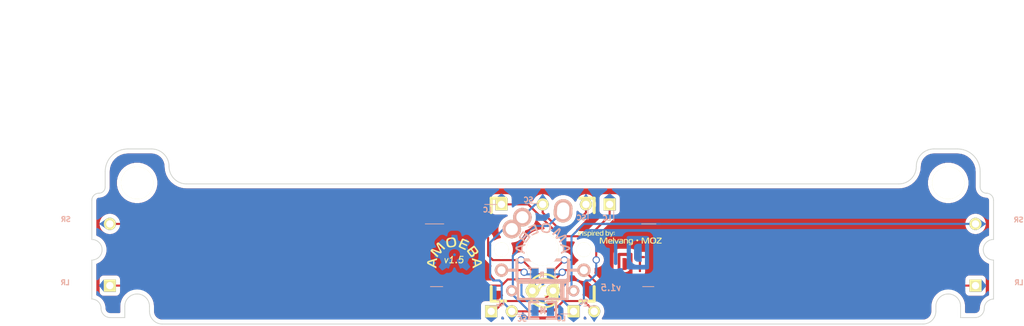
<source format=kicad_pcb>
(kicad_pcb (version 20171130) (host pcbnew "(5.1.5)-3")
  (layers (0 F.Cu signal) (31 B.Cu signal) (34 B.Paste user) (35 F.Paste user) (36 B.SilkS user) (37 F.SilkS user) (38 B.Mask user) (39 F.Mask user) (44 Edge.Cuts user))
  (net 0 "")
  (net 1 /key/LC0)
  (net 2 /key/LR0)
  (net 3 /key/SC0)
  (net 4 /key/SR0)
  (net 5 /key/led/N-LR0)
  (net 6 /key/switch/N-SD0)
  (module CHERRY_STAB_HOLE_BOTTOM (layer F.Cu) (at 198.91375 102.25)
    (fp_text reference "" (at 0 -3.048) (layer F.SilkS) (effects (font (size 1.016 1.016) (thickness 0.254))))
    (fp_text value "" hide)
    (pad "" np_thru_hole circle (at 0 0) (size 3.9878 3.9878) (drill 3.9878) (layers *.Cu *.Mask F.SilkS))
  )
  (module CHERRY_STAB_HOLE_BOTTOM (layer F.Cu) (at 298.92625 102.25)
    (fp_text reference "" (at 0 -3.048) (layer F.SilkS) (effects (font (size 1.016 1.016) (thickness 0.254))))
    (fp_text value "" hide)
    (pad "" np_thru_hole circle (at 0 0) (size 3.9878 3.9878) (drill 3.9878) (layers *.Cu *.Mask F.SilkS))
  )
  (module ALPS_CHERRY_ZEAL_PCB_100H (layer F.Cu) (at 248.92 110.49)
    (fp_text reference S0 hide)
    (fp_text value MX1A hide)
    (pad 1 thru_hole oval (at 2.52 -4.79 356.05481) (size 2.286 2.867377) (drill oval 1.4986 2.079977) (layers *.Cu *.SilkS *.Mask) (net 6 /key/switch/N-SD0))
    (pad 2 thru_hole circle (at -2.5 -4) (size 2.286 2.286) (drill 1.4986) (layers *.Cu *.SilkS *.Mask) (net 3 /key/SC0))
    (pad 2 thru_hole circle (at -3.81 -2.54) (size 2.286 2.286) (drill 1.4986) (layers *.Cu *.SilkS *.Mask) (net 3 /key/SC0))
    (pad "" np_thru_hole circle (at 0 0) (size 3.9878 3.9878) (drill 3.9878) (layers *.Cu *.Mask F.SilkS))
    (pad "" np_thru_hole circle (at -5.08 0) (size 1.8018 1.8018) (drill 1.8018) (layers *.Cu *.Mask F.SilkS))
    (pad "" np_thru_hole circle (at 5.08 0) (size 1.8018 1.8018) (drill 1.8018) (layers *.Cu *.Mask F.SilkS))
  )
  (module labels-melvang-moz (layer F.Cu) (at 258.445 109.0295)
    (fp_text reference labels-melvang-moz hide)
    (fp_text value G*** hide)
  )
  (module CHERRY_STAB_HOLE_TOP (layer F.Cu) (at 260.858 103.505)
    (fp_text reference "" (at 0 -3.048) (layer F.SilkS) (effects (font (size 1.016 1.016) (thickness 0.254))))
    (fp_text value "" hide)
  )
  (module RESISTOR (layer B.Cu) (at 248.92 113.03)
    (fp_text reference R0 hide)
    (fp_text value RESISTOR hide)
    (pad 1 thru_hole circle (at -5.08 0) (size 1.651 1.651) (drill 0.9906) (layers *.Cu *.SilkS *.Mask) (net 5 /key/led/N-LR0))
    (pad 2 thru_hole circle (at 5.08 0) (size 1.651 1.651) (drill 0.9906) (layers *.Cu *.SilkS *.Mask) (net 2 /key/LR0))
  )
  (module Pad (layer F.Cu) (at 248.92 104.902)
    (fp_text reference SC0:0 hide)
    (fp_text value CONN_1 hide)
    (pad 1 thru_hole circle (at 0 0) (size 1.5 1.5) (drill 0.9) (layers *.Cu *.Mask F.SilkS) (net 3 /key/SC0))
  )
  (module Pad (layer F.Cu) (at 243.84 104.902)
    (fp_text reference LC0:0 hide)
    (fp_text value CONN_1 hide)
    (pad 1 thru_hole rect (at 0 0) (size 1.5 1.5) (drill 0.9) (layers *.Cu *.Mask F.SilkS) (net 1 /key/LC0))
  )
  (module Pad (layer F.Cu) (at 203.67625 115.57)
    (fp_text reference LR0:0 hide)
    (fp_text value CONN_1 hide)
    (pad 1 thru_hole rect (at -8.128 -0.635) (size 1.5 1.5) (drill 0.9) (layers *.Cu *.Mask F.SilkS) (net 2 /key/LR0))
  )
  (module Pad (layer F.Cu) (at 203.04125 107.696)
    (fp_text reference SR0:0 hide)
    (fp_text value CONN_1 hide)
    (pad 1 thru_hole circle (at -7.493 -0.381) (size 1.5 1.5) (drill 0.9) (layers *.Cu *.Mask F.SilkS) (net 4 /key/SR0))
  )
  (module Pad (layer F.Cu) (at 242.57 118.11)
    (fp_text reference LC0:1 hide)
    (fp_text value CONN_1 hide)
    (pad 1 thru_hole rect (at 0 0) (size 1.5 1.5) (drill 0.9) (layers *.Cu *.Mask F.SilkS) (net 1 /key/LC0))
  )
  (module Pad (layer F.Cu) (at 254.254 104.902)
    (fp_text reference SC0:1 hide)
    (fp_text value CONN_1 hide)
    (pad 1 thru_hole circle (at 0 0) (size 1.5 1.5) (drill 0.9) (layers *.Cu *.Mask F.SilkS) (net 3 /key/SC0))
  )
  (module Pad (layer F.Cu) (at 294.79875 107.696)
    (fp_text reference SR0:1 hide)
    (fp_text value CONN_1 hide)
    (pad 1 thru_hole circle (at 7.493 -0.381) (size 1.5 1.5) (drill 0.9) (layers *.Cu *.Mask F.SilkS) (net 4 /key/SR0))
  )
  (module Pad (layer F.Cu) (at 294.16375 114.935)
    (fp_text reference LR0:1 hide)
    (fp_text value CONN_1 hide)
    (pad 1 thru_hole rect (at 8.128 0) (size 1.5 1.5) (drill 0.9) (layers *.Cu *.Mask F.SilkS) (net 2 /key/LR0))
  )
  (module D3 (layer B.Cu) (at 248.92 115.57)
    (fp_text reference D0 hide)
    (fp_text value DIODE hide)
    (pad 2 thru_hole circle (at 3.81 0) (size 1.397 1.397) (drill 0.8128) (layers *.Cu *.Mask B.SilkS) (net 4 /key/SR0))
    (pad 1 thru_hole circle (at -3.81 0) (size 1.397 1.397) (drill 0.8128) (layers *.Cu *.Mask B.SilkS) (net 6 /key/switch/N-SD0))
  )
  (module Pad (layer F.Cu) (at 245.11 118.11)
    (fp_text reference SC0:2 hide)
    (fp_text value CONN_1 hide)
    (pad 1 thru_hole circle (at 0 0) (size 1.5 1.5) (drill 0.9) (layers *.Cu *.Mask F.SilkS) (net 3 /key/SC0))
  )
  (module Pad (layer F.Cu) (at 252.73 118.11)
    (fp_text reference LC0:2 hide)
    (fp_text value CONN_1 hide)
    (pad 1 thru_hole rect (at 0 0) (size 1.5 1.5) (drill 0.9) (layers *.Cu *.Mask F.SilkS) (net 1 /key/LC0))
  )
  (module SM0805D (layer B.Cu) (at 248.92 117.983)
    (fp_text reference D1 hide)
    (fp_text value DIODE hide)
    (pad 1 smd rect (at -0.9525 0) (size 0.889 1.397) (layers B.Cu B.Paste B.Mask) (net 6 /key/switch/N-SD0))
    (pad 2 smd rect (at 0.9525 0) (size 0.889 1.397) (layers B.Cu B.Paste B.Mask) (net 4 /key/SR0))
  )
  (module SM0805 (layer B.Cu) (at 248.92 113.538)
    (fp_text reference R1 hide)
    (fp_text value RESISTOR hide)
    (pad 1 smd rect (at -0.9525 0) (size 0.889 1.397) (layers B.Cu B.Paste B.Mask) (net 5 /key/led/N-LR0))
    (pad 2 smd rect (at 0.9525 0) (size 0.889 1.397) (layers B.Cu B.Paste B.Mask) (net 2 /key/LR0))
  )
  (module LED-3MM (layer F.Cu) (at 248.92 115.57)
    (fp_text reference LED0 hide)
    (fp_text value LED hide)
    (pad 1 thru_hole circle (at -1.27 0) (size 1.6764 1.6764) (drill 0.8128) (layers *.Cu *.Mask F.SilkS) (net 5 /key/led/N-LR0))
    (pad 2 thru_hole circle (at 1.27 0) (size 1.6764 1.6764) (drill 0.8128) (layers *.Cu *.Mask F.SilkS) (net 1 /key/LC0))
  )
  (module Pad (layer F.Cu) (at 255.27 118.11)
    (fp_text reference SC0:3 hide)
    (fp_text value CONN_1 hide)
    (pad 1 thru_hole circle (at 0 0) (size 1.5 1.5) (drill 0.9) (layers *.Cu *.Mask F.SilkS) (net 3 /key/SC0))
  )
  (module CHERRY_STAB_HOLE_TOP (layer F.Cu) (at 236.982 103.505)
    (fp_text reference "" (at 0 -3.048) (layer F.SilkS) (effects (font (size 1.016 1.016) (thickness 0.254))))
    (fp_text value "" hide)
  )
  (module Pad (layer F.Cu) (at 257.175 104.902)
    (fp_text reference LC0:3 hide)
    (fp_text value CONN_1 hide)
    (pad 1 thru_hole rect (at 0 0) (size 1.5 1.5) (drill 0.9) (layers *.Cu *.Mask F.SilkS) (net 1 /key/LC0))
  )
  (module amoeba-round-rev (layer F.Cu) (at 248.9327 109.1184)
    (fp_text reference amoeba-round-rev hide)
    (fp_text value G*** hide)
  )
  (module dt-logo-big-rev (layer F.Cu) (at 259.5245 110.871)
    (fp_text reference dt-logo-big-rev hide)
    (fp_text value G*** hide)
    (fp_poly (pts (xy 2.250914 -2.070805) (xy 2.00397 -1.497542) (xy 1.236678 -1.497542) (xy 1.033831 -1.497542) (xy 1.025011 -1.497542) (xy 0.972679 -1.495809) (xy 0.921354 -1.490685) (xy 0.871145 -1.482276) (xy 0.822161 -1.470692) (xy 0.774509 -1.456041) (xy 0.728299 -1.438431) (xy 0.683638 -1.41797) (xy 0.640636 -1.394768) (xy 0.5994 -1.368932) (xy 0.560039 -1.340571) (xy 0.522661 -1.309793) (xy 0.487374 -1.276706) (xy 0.454288 -1.24142) (xy 0.42351 -1.204042) (xy 0.395149 -1.164681) (xy 0.369313 -1.123445) (xy 0.34611 -1.080442) (xy 0.32565 -1.035782) (xy 0.30804 -0.989571) (xy 0.293389 -0.94192) (xy 0.281804 -0.892936) (xy 0.273396 -0.842727) (xy 0.268271 -0.791402) (xy 0.266539 -0.739069) (xy 0.266539 0.742597) (xy 0.268271 0.79493) (xy 0.273396 0.846255) (xy 0.281804 0.896463) (xy 0.293389 0.945448) (xy 0.30804 0.993099) (xy 0.32565 1.039309) (xy 0.34611 1.08397) (xy 0.369313 1.126972) (xy 0.395149 1.168209) (xy 0.42351 1.20757) (xy 0.454288 1.244948) (xy 0.487374 1.280234) (xy 0.522661 1.313321) (xy 0.560039 1.344098) (xy 0.5994 1.37246) (xy 0.640636 1.398296) (xy 0.683638 1.421498) (xy 0.728299 1.441958) (xy 0.774509 1.459569) (xy 0.822161 1.47422) (xy 0.871145 1.485804) (xy 0.921354 1.494213) (xy 0.972679 1.499337) (xy 1.025011 1.50107) (xy 1.033831 1.50107) (xy 1.236678 1.50107) (xy 2.00397 1.50107) (xy 2.00397 -1.497542) (xy 2.250914 -2.070805) (xy 2.30441 -2.066649) (xy 2.354157 -2.054742) (xy 2.39911 -2.035933) (xy 2.438229 -2.011066) (xy 2.47047 -1.980989) (xy 2.49479 -1.946548) (xy 2.510147 -1.908589) (xy 2.515497 -1.867958) (xy 2.515497 1.871486) (xy 2.510147 1.912117) (xy 2.49479 1.950076) (xy 2.47047 1.984517) (xy 2.438229 2.014594) (xy 2.39911 2.03946) (xy 2.354157 2.05827) (xy 2.30441 2.070176) (xy 2.250914 2.074333) (xy 0.019595 2.074333) (xy -0.033902 2.070176) (xy -0.083648 2.05827) (xy -0.128602 2.03946) (xy -0.167721 2.014594) (xy -0.199961 1.984517) (xy -0.224281 1.950076) (xy -0.239638 1.912117) (xy -0.244989 1.871486) (xy -0.244989 -1.867958) (xy -0.239638 -1.908589) (xy -0.224281 -1.946548) (xy -0.199961 -1.980989) (xy -0.167721 -2.011066) (xy -0.128602 -2.035933) (xy -0.083648 -2.054742) (xy -0.033902 -2.066649) (xy 0.019595 -2.070805) (xy 2.250914 -2.070805)) (layer B.Cu) (width 0.00254))
    (fp_poly (pts (xy 1.606805 -1.110695) (xy 1.606805 1.113899) (xy 1.134931 1.113899) (xy 1.089476 1.111282) (xy 1.054131 1.107436) (xy 1.003112 1.096022) (xy 0.954355 1.079287) (xy 0.908177 1.057556) (xy 0.864895 1.031152) (xy 0.824825 1.0004) (xy 0.788284 0.965626) (xy 0.755588 0.927155) (xy 0.727054 0.88531) (xy 0.702997 0.840416) (xy 0.683736 0.792799) (xy 0.669586 0.742784) (xy 0.660864 0.690694) (xy 0.657886 0.636854) (xy 0.657886 -0.633326) (xy 0.660921 -0.686875) (xy 0.669795 -0.738194) (xy 0.684165 -0.7871) (xy 0.703683 -0.833411) (xy 0.728006 -0.876944) (xy 0.756788 -0.917517) (xy 0.789684 -0.954945) (xy 0.826349 -0.989048) (xy 0.866438 -1.01964) (xy 0.909606 -1.046541) (xy 0.955507 -1.069566) (xy 1.003797 -1.088534) (xy 1.054131 -1.103261) (xy 1.093766 -1.108763) (xy 1.134931 -1.110695) (xy 1.606805 -1.110695)) (layer B.Cu) (width 0.00254))
    (fp_poly (pts (xy -0.795873 -1.50576) (xy -0.757691 -1.497557) (xy -0.724512 -1.474715) (xy -0.698336 -1.439878) (xy -0.681164 -1.395693) (xy -0.674996 -1.344805) (xy -0.674996 -1.257541) (xy -0.681164 -1.206654) (xy -0.698336 -1.162469) (xy -0.724512 -1.127632) (xy -0.757691 -1.104789) (xy -0.795873 -1.096587) (xy -1.402845 -1.096587) (xy -1.402845 1.35651) (xy -1.4106 1.404816) (xy -1.432212 1.446704) (xy -1.465202 1.479694) (xy -1.50709 1.501306) (xy -1.555396 1.509061) (xy -1.664638 1.509061) (xy -1.712944 1.501306) (xy -1.754831 1.479694) (xy -1.787821 1.446704) (xy -1.809434 1.404816) (xy -1.817189 1.35651) (xy -1.817189 -1.096587) (xy -2.404769 -1.096587) (xy -2.442951 -1.104789) (xy -2.47613 -1.127632) (xy -2.502305 -1.162469) (xy -2.519477 -1.206654) (xy -2.525646 -1.257541) (xy -2.525646 -1.344805) (xy -2.519477 -1.395693) (xy -2.502305 -1.439878) (xy -2.47613 -1.474715) (xy -2.442951 -1.497557) (xy -2.404769 -1.50576) (xy -0.795873 -1.50576)) (layer B.Cu) (width 0.00254))
  )
  (module mtl-braille (layer F.Cu) (at 257.429 116.2685)
    (fp_text reference mtl-braille hide)
    (fp_text value G*** hide)
    (fp_poly (pts (xy -0.88 -0.399996) (xy -0.888157 -0.349425) (xy -0.910871 -0.305503) (xy -0.945507 -0.270867) (xy -0.989428 -0.248153) (xy -1.04 -0.239996) (xy -1.090573 -0.248153) (xy -1.134494 -0.270867) (xy -1.16913 -0.305503) (xy -1.191844 -0.349425) (xy -1.2 -0.399996) (xy -1.191844 -0.450569) (xy -1.16913 -0.494491) (xy -1.134494 -0.529126) (xy -1.090573 -0.55184) (xy -1.04 -0.559997) (xy -0.989428 -0.55184) (xy -0.945507 -0.529126) (xy -0.910871 -0.494491) (xy -0.888157 -0.450569) (xy -0.88 -0.399996)) (layer F.Cu) (width 0.00254))
    (fp_poly (pts (xy -0.88 0.560002) (xy -0.888157 0.610574) (xy -0.910871 0.654496) (xy -0.945507 0.689131) (xy -0.989428 0.711845) (xy -1.04 0.720003) (xy -1.090573 0.711845) (xy -1.134494 0.689131) (xy -1.16913 0.654496) (xy -1.191844 0.610574) (xy -1.2 0.560002) (xy -1.191844 0.509429) (xy -1.16913 0.465508) (xy -1.134494 0.430873) (xy -1.090573 0.408159) (xy -1.04 0.400002) (xy -0.989428 0.408159) (xy -0.945507 0.430873) (xy -0.910871 0.465508) (xy -0.888157 0.509429) (xy -0.88 0.560002)) (layer F.Cu) (width 0.00254))
    (fp_poly (pts (xy -0.400003 -0.399996) (xy -0.40816 -0.349425) (xy -0.430874 -0.305503) (xy -0.465509 -0.270867) (xy -0.50943 -0.248153) (xy -0.560003 -0.239996) (xy -0.610575 -0.248153) (xy -0.654496 -0.270867) (xy -0.689132 -0.305503) (xy -0.711846 -0.349425) (xy -0.720003 -0.399996) (xy -0.711846 -0.450569) (xy -0.689132 -0.494491) (xy -0.654496 -0.529126) (xy -0.610575 -0.55184) (xy -0.560003 -0.559997) (xy -0.50943 -0.55184) (xy -0.465509 -0.529126) (xy -0.430874 -0.494491) (xy -0.40816 -0.450569) (xy -0.400003 -0.399996)) (layer F.Cu) (width 0.00254))
    (fp_poly (pts (xy 0.239998 0.080004) (xy 0.231841 0.130576) (xy 0.209128 0.174498) (xy 0.174492 0.209133) (xy 0.130571 0.231847) (xy 0.079998 0.240005) (xy 0.029426 0.231847) (xy -0.014495 0.209133) (xy -0.049131 0.174498) (xy -0.071845 0.130576) (xy -0.080002 0.080004) (xy -0.071845 0.029432) (xy -0.049131 -0.01449) (xy -0.014495 -0.049125) (xy 0.029426 -0.071839) (xy 0.079998 -0.079996) (xy 0.130571 -0.071839) (xy 0.174492 -0.049125) (xy 0.209128 -0.01449) (xy 0.231841 0.029432) (xy 0.239998 0.080004)) (layer F.Cu) (width 0.00254))
    (fp_poly (pts (xy 0.239998 0.560002) (xy 0.231841 0.610574) (xy 0.209128 0.654496) (xy 0.174492 0.689131) (xy 0.130571 0.711845) (xy 0.079998 0.720003) (xy 0.029426 0.711845) (xy -0.014495 0.689131) (xy -0.049131 0.654496) (xy -0.071845 0.610574) (xy -0.080002 0.560002) (xy -0.071845 0.509429) (xy -0.049131 0.465508) (xy -0.014495 0.430873) (xy 0.029426 0.408159) (xy 0.079998 0.400002) (xy 0.130571 0.408159) (xy 0.174492 0.430873) (xy 0.209128 0.465508) (xy 0.231841 0.509429) (xy 0.239998 0.560002)) (layer F.Cu) (width 0.00254))
    (fp_poly (pts (xy 0.719999 -0.399996) (xy 0.711842 -0.349425) (xy 0.689128 -0.305503) (xy 0.654493 -0.270867) (xy 0.610571 -0.248153) (xy 0.559999 -0.239996) (xy 0.509427 -0.248153) (xy 0.465505 -0.270867) (xy 0.43087 -0.305503) (xy 0.408155 -0.349425) (xy 0.399998 -0.399996) (xy 0.408155 -0.450569) (xy 0.43087 -0.494491) (xy 0.465505 -0.529126) (xy 0.509427 -0.55184) (xy 0.559999 -0.559997) (xy 0.610571 -0.55184) (xy 0.654493 -0.529126) (xy 0.689128 -0.494491) (xy 0.711842 -0.450569) (xy 0.719999 -0.399996)) (layer F.Cu) (width 0.00254))
    (fp_poly (pts (xy 0.719999 0.080004) (xy 0.711842 0.130576) (xy 0.689128 0.174498) (xy 0.654493 0.209133) (xy 0.610571 0.231847) (xy 0.559999 0.240005) (xy 0.509427 0.231847) (xy 0.465505 0.209133) (xy 0.43087 0.174498) (xy 0.408155 0.130576) (xy 0.399998 0.080004) (xy 0.408155 0.029432) (xy 0.43087 -0.01449) (xy 0.465505 -0.049125) (xy 0.509427 -0.071839) (xy 0.559999 -0.079996) (xy 0.610571 -0.071839) (xy 0.654493 -0.049125) (xy 0.689128 -0.01449) (xy 0.711842 0.029432) (xy 0.719999 0.080004)) (layer F.Cu) (width 0.00254))
    (fp_poly (pts (xy 1.36 -0.399996) (xy 1.351843 -0.349425) (xy 1.329129 -0.305503) (xy 1.294494 -0.270867) (xy 1.250572 -0.248153) (xy 1.2 -0.239996) (xy 1.149428 -0.248153) (xy 1.105506 -0.270867) (xy 1.070871 -0.305503) (xy 1.048156 -0.349425) (xy 1.039999 -0.399996) (xy 1.048156 -0.450569) (xy 1.070871 -0.494491) (xy 1.105506 -0.529126) (xy 1.149428 -0.55184) (xy 1.2 -0.559997) (xy 1.250572 -0.55184) (xy 1.294494 -0.529126) (xy 1.329129 -0.494491) (xy 1.351843 -0.450569) (xy 1.36 -0.399996)) (layer F.Cu) (width 0.00254))
    (fp_poly (pts (xy 1.36 0.080004) (xy 1.351843 0.130576) (xy 1.329129 0.174498) (xy 1.294494 0.209133) (xy 1.250572 0.231847) (xy 1.2 0.240005) (xy 1.149428 0.231847) (xy 1.105506 0.209133) (xy 1.070871 0.174498) (xy 1.048156 0.130576) (xy 1.039999 0.080004) (xy 1.048156 0.029432) (xy 1.070871 -0.01449) (xy 1.105506 -0.049125) (xy 1.149428 -0.071839) (xy 1.2 -0.079996) (xy 1.250572 -0.071839) (xy 1.294494 -0.049125) (xy 1.329129 -0.01449) (xy 1.351843 0.029432) (xy 1.36 0.080004)) (layer F.Cu) (width 0.00254))
    (fp_poly (pts (xy 1.36 0.560002) (xy 1.351843 0.610574) (xy 1.329129 0.654496) (xy 1.294494 0.689131) (xy 1.250572 0.711845) (xy 1.2 0.720003) (xy 1.149428 0.711845) (xy 1.105506 0.689131) (xy 1.070871 0.654496) (xy 1.048156 0.610574) (xy 1.039999 0.560002) (xy 1.048156 0.509429) (xy 1.070871 0.465508) (xy 1.105506 0.430873) (xy 1.149428 0.408159) (xy 1.2 0.400002) (xy 1.250572 0.408159) (xy 1.294494 0.430873) (xy 1.329129 0.465508) (xy 1.351843 0.509429) (xy 1.36 0.560002)) (layer F.Cu) (width 0.00254))
  )
  (module pad-arrow-round (layer B.Cu) (at 255.27 118.4021 270)
    (fp_text reference pad-arrow-round hide)
    (fp_text value G*** hide)
    (fp_poly (pts (xy -0.295451 -0.749653) (xy -0.346799 -0.747924) (xy -0.397215 -0.742813) (xy -0.446588 -0.73443) (xy -0.494805 -0.722888) (xy -0.541757 -0.708297) (xy -0.587331 -0.690768) (xy -0.631416 -0.670414) (xy -0.673901 -0.647346) (xy -0.714674 -0.621674) (xy -0.753623 -0.593511) (xy -0.790639 -0.562968) (xy -0.825608 -0.530156) (xy -0.85842 -0.495187) (xy -0.888963 -0.458172) (xy -0.917126 -0.419222) (xy -0.942797 -0.378449) (xy -0.965866 -0.335965) (xy -0.98622 -0.291879) (xy -1.003748 -0.246305) (xy -1.018339 -0.199354) (xy -1.029882 -0.151136) (xy -1.038264 -0.101764) (xy -1.043376 -0.051348) (xy -1.045104 0) (xy -1.043376 0.051348) (xy -1.038264 0.101764) (xy -1.029882 0.151136) (xy -1.018339 0.199354) (xy -1.003748 0.246306) (xy -0.98622 0.29188) (xy -0.965866 0.335965) (xy -0.942797 0.378449) (xy -0.917126 0.419222) (xy -0.888963 0.458172) (xy -0.85842 0.495187) (xy -0.825608 0.530156) (xy -0.790639 0.562968) (xy -0.753623 0.593511) (xy -0.714674 0.621674) (xy -0.673901 0.647346) (xy -0.631416 0.670414) (xy -0.587331 0.690768) (xy -0.541757 0.708297) (xy -0.494805 0.722888) (xy -0.446588 0.73443) (xy -0.397215 0.742813) (xy -0.346799 0.747924) (xy -0.295451 0.749653) (xy -0.24372 0.747823) (xy -0.193112 0.742433) (xy -0.143684 0.733635) (xy -0.095493 0.72158) (xy -0.048594 0.70642) (xy -0.003044 0.688306) (xy 0.041101 0.667388) (xy 0.083785 0.643819) (xy 0.136701 0.617361) (xy 1.045104 0) (xy 0.136701 -0.612951) (xy 0.108311 -0.630069) (xy 0.083785 -0.643819) (xy 0.040974 -0.667677) (xy -0.003139 -0.68873) (xy -0.04856 -0.706862) (xy -0.095293 -0.721957) (xy -0.143344 -0.7339) (xy -0.192717 -0.742574) (xy -0.243418 -0.747864) (xy -0.295451 -0.749653)) (layer B.Cu) (width 0.00254))
  )
  (module pad-arrow-round (layer B.Cu) (at 245.11 118.4021 270)
    (fp_text reference pad-arrow-round hide)
    (fp_text value G*** hide)
    (fp_poly (pts (xy -0.295451 -0.749653) (xy -0.346799 -0.747924) (xy -0.397215 -0.742813) (xy -0.446588 -0.73443) (xy -0.494805 -0.722888) (xy -0.541757 -0.708297) (xy -0.587331 -0.690768) (xy -0.631416 -0.670414) (xy -0.673901 -0.647346) (xy -0.714674 -0.621674) (xy -0.753623 -0.593511) (xy -0.790639 -0.562968) (xy -0.825608 -0.530156) (xy -0.85842 -0.495187) (xy -0.888963 -0.458172) (xy -0.917126 -0.419222) (xy -0.942797 -0.378449) (xy -0.965866 -0.335965) (xy -0.98622 -0.291879) (xy -1.003748 -0.246305) (xy -1.018339 -0.199354) (xy -1.029882 -0.151136) (xy -1.038264 -0.101764) (xy -1.043376 -0.051348) (xy -1.045104 0) (xy -1.043376 0.051348) (xy -1.038264 0.101764) (xy -1.029882 0.151136) (xy -1.018339 0.199354) (xy -1.003748 0.246306) (xy -0.98622 0.29188) (xy -0.965866 0.335965) (xy -0.942797 0.378449) (xy -0.917126 0.419222) (xy -0.888963 0.458172) (xy -0.85842 0.495187) (xy -0.825608 0.530156) (xy -0.790639 0.562968) (xy -0.753623 0.593511) (xy -0.714674 0.621674) (xy -0.673901 0.647346) (xy -0.631416 0.670414) (xy -0.587331 0.690768) (xy -0.541757 0.708297) (xy -0.494805 0.722888) (xy -0.446588 0.73443) (xy -0.397215 0.742813) (xy -0.346799 0.747924) (xy -0.295451 0.749653) (xy -0.24372 0.747823) (xy -0.193112 0.742433) (xy -0.143684 0.733635) (xy -0.095493 0.72158) (xy -0.048594 0.70642) (xy -0.003044 0.688306) (xy 0.041101 0.667388) (xy 0.083785 0.643819) (xy 0.136701 0.617361) (xy 1.045104 0) (xy 0.136701 -0.612951) (xy 0.108311 -0.630069) (xy 0.083785 -0.643819) (xy 0.040974 -0.667677) (xy -0.003139 -0.68873) (xy -0.04856 -0.706862) (xy -0.095293 -0.721957) (xy -0.143344 -0.7339) (xy -0.192717 -0.742574) (xy -0.243418 -0.747864) (xy -0.295451 -0.749653)) (layer B.Cu) (width 0.00254))
  )
  (module pad-arrow-round (layer B.Cu) (at 195.25615 107.315 180)
    (fp_text reference pad-arrow-round hide)
    (fp_text value G*** hide)
    (fp_poly (pts (xy -0.295451 -0.749653) (xy -0.346799 -0.747924) (xy -0.397215 -0.742813) (xy -0.446588 -0.73443) (xy -0.494805 -0.722888) (xy -0.541757 -0.708297) (xy -0.587331 -0.690768) (xy -0.631416 -0.670414) (xy -0.673901 -0.647346) (xy -0.714674 -0.621674) (xy -0.753623 -0.593511) (xy -0.790639 -0.562968) (xy -0.825608 -0.530156) (xy -0.85842 -0.495187) (xy -0.888963 -0.458172) (xy -0.917126 -0.419222) (xy -0.942797 -0.378449) (xy -0.965866 -0.335965) (xy -0.98622 -0.291879) (xy -1.003748 -0.246305) (xy -1.018339 -0.199354) (xy -1.029882 -0.151136) (xy -1.038264 -0.101764) (xy -1.043376 -0.051348) (xy -1.045104 0) (xy -1.043376 0.051348) (xy -1.038264 0.101764) (xy -1.029882 0.151136) (xy -1.018339 0.199354) (xy -1.003748 0.246306) (xy -0.98622 0.29188) (xy -0.965866 0.335965) (xy -0.942797 0.378449) (xy -0.917126 0.419222) (xy -0.888963 0.458172) (xy -0.85842 0.495187) (xy -0.825608 0.530156) (xy -0.790639 0.562968) (xy -0.753623 0.593511) (xy -0.714674 0.621674) (xy -0.673901 0.647346) (xy -0.631416 0.670414) (xy -0.587331 0.690768) (xy -0.541757 0.708297) (xy -0.494805 0.722888) (xy -0.446588 0.73443) (xy -0.397215 0.742813) (xy -0.346799 0.747924) (xy -0.295451 0.749653) (xy -0.24372 0.747823) (xy -0.193112 0.742433) (xy -0.143684 0.733635) (xy -0.095493 0.72158) (xy -0.048594 0.70642) (xy -0.003044 0.688306) (xy 0.041101 0.667388) (xy 0.083785 0.643819) (xy 0.136701 0.617361) (xy 1.045104 0) (xy 0.136701 -0.612951) (xy 0.108311 -0.630069) (xy 0.083785 -0.643819) (xy 0.040974 -0.667677) (xy -0.003139 -0.68873) (xy -0.04856 -0.706862) (xy -0.095293 -0.721957) (xy -0.143344 -0.7339) (xy -0.192717 -0.742574) (xy -0.243418 -0.747864) (xy -0.295451 -0.749653)) (layer B.Cu) (width 0.00254))
  )
  (module pad-arrow-round (layer B.Cu) (at 302.58385 107.315)
    (fp_text reference pad-arrow-round hide)
    (fp_text value G*** hide)
    (fp_poly (pts (xy -0.295451 -0.749653) (xy -0.346799 -0.747924) (xy -0.397215 -0.742813) (xy -0.446588 -0.73443) (xy -0.494805 -0.722888) (xy -0.541757 -0.708297) (xy -0.587331 -0.690768) (xy -0.631416 -0.670414) (xy -0.673901 -0.647346) (xy -0.714674 -0.621674) (xy -0.753623 -0.593511) (xy -0.790639 -0.562968) (xy -0.825608 -0.530156) (xy -0.85842 -0.495187) (xy -0.888963 -0.458172) (xy -0.917126 -0.419222) (xy -0.942797 -0.378449) (xy -0.965866 -0.335965) (xy -0.98622 -0.291879) (xy -1.003748 -0.246305) (xy -1.018339 -0.199354) (xy -1.029882 -0.151136) (xy -1.038264 -0.101764) (xy -1.043376 -0.051348) (xy -1.045104 0) (xy -1.043376 0.051348) (xy -1.038264 0.101764) (xy -1.029882 0.151136) (xy -1.018339 0.199354) (xy -1.003748 0.246306) (xy -0.98622 0.29188) (xy -0.965866 0.335965) (xy -0.942797 0.378449) (xy -0.917126 0.419222) (xy -0.888963 0.458172) (xy -0.85842 0.495187) (xy -0.825608 0.530156) (xy -0.790639 0.562968) (xy -0.753623 0.593511) (xy -0.714674 0.621674) (xy -0.673901 0.647346) (xy -0.631416 0.670414) (xy -0.587331 0.690768) (xy -0.541757 0.708297) (xy -0.494805 0.722888) (xy -0.446588 0.73443) (xy -0.397215 0.742813) (xy -0.346799 0.747924) (xy -0.295451 0.749653) (xy -0.24372 0.747823) (xy -0.193112 0.742433) (xy -0.143684 0.733635) (xy -0.095493 0.72158) (xy -0.048594 0.70642) (xy -0.003044 0.688306) (xy 0.041101 0.667388) (xy 0.083785 0.643819) (xy 0.136701 0.617361) (xy 1.045104 0) (xy 0.136701 -0.612951) (xy 0.108311 -0.630069) (xy 0.083785 -0.643819) (xy 0.040974 -0.667677) (xy -0.003139 -0.68873) (xy -0.04856 -0.706862) (xy -0.095293 -0.721957) (xy -0.143344 -0.7339) (xy -0.192717 -0.742574) (xy -0.243418 -0.747864) (xy -0.295451 -0.749653)) (layer B.Cu) (width 0.00254))
  )
  (module pad-arrow-round (layer B.Cu) (at 254.254 104.6099 90)
    (fp_text reference pad-arrow-round hide)
    (fp_text value G*** hide)
    (fp_poly (pts (xy -0.295451 -0.749653) (xy -0.346799 -0.747924) (xy -0.397215 -0.742813) (xy -0.446588 -0.73443) (xy -0.494805 -0.722888) (xy -0.541757 -0.708297) (xy -0.587331 -0.690768) (xy -0.631416 -0.670414) (xy -0.673901 -0.647346) (xy -0.714674 -0.621674) (xy -0.753623 -0.593511) (xy -0.790639 -0.562968) (xy -0.825608 -0.530156) (xy -0.85842 -0.495187) (xy -0.888963 -0.458172) (xy -0.917126 -0.419222) (xy -0.942797 -0.378449) (xy -0.965866 -0.335965) (xy -0.98622 -0.291879) (xy -1.003748 -0.246305) (xy -1.018339 -0.199354) (xy -1.029882 -0.151136) (xy -1.038264 -0.101764) (xy -1.043376 -0.051348) (xy -1.045104 0) (xy -1.043376 0.051348) (xy -1.038264 0.101764) (xy -1.029882 0.151136) (xy -1.018339 0.199354) (xy -1.003748 0.246306) (xy -0.98622 0.29188) (xy -0.965866 0.335965) (xy -0.942797 0.378449) (xy -0.917126 0.419222) (xy -0.888963 0.458172) (xy -0.85842 0.495187) (xy -0.825608 0.530156) (xy -0.790639 0.562968) (xy -0.753623 0.593511) (xy -0.714674 0.621674) (xy -0.673901 0.647346) (xy -0.631416 0.670414) (xy -0.587331 0.690768) (xy -0.541757 0.708297) (xy -0.494805 0.722888) (xy -0.446588 0.73443) (xy -0.397215 0.742813) (xy -0.346799 0.747924) (xy -0.295451 0.749653) (xy -0.24372 0.747823) (xy -0.193112 0.742433) (xy -0.143684 0.733635) (xy -0.095493 0.72158) (xy -0.048594 0.70642) (xy -0.003044 0.688306) (xy 0.041101 0.667388) (xy 0.083785 0.643819) (xy 0.136701 0.617361) (xy 1.045104 0) (xy 0.136701 -0.612951) (xy 0.108311 -0.630069) (xy 0.083785 -0.643819) (xy 0.040974 -0.667677) (xy -0.003139 -0.68873) (xy -0.04856 -0.706862) (xy -0.095293 -0.721957) (xy -0.143344 -0.7339) (xy -0.192717 -0.742574) (xy -0.243418 -0.747864) (xy -0.295451 -0.749653)) (layer B.Cu) (width 0.00254))
  )
  (module pad-arrow-round (layer B.Cu) (at 248.92 104.6099 90)
    (fp_text reference pad-arrow-round hide)
    (fp_text value G*** hide)
    (fp_poly (pts (xy -0.295451 -0.749653) (xy -0.346799 -0.747924) (xy -0.397215 -0.742813) (xy -0.446588 -0.73443) (xy -0.494805 -0.722888) (xy -0.541757 -0.708297) (xy -0.587331 -0.690768) (xy -0.631416 -0.670414) (xy -0.673901 -0.647346) (xy -0.714674 -0.621674) (xy -0.753623 -0.593511) (xy -0.790639 -0.562968) (xy -0.825608 -0.530156) (xy -0.85842 -0.495187) (xy -0.888963 -0.458172) (xy -0.917126 -0.419222) (xy -0.942797 -0.378449) (xy -0.965866 -0.335965) (xy -0.98622 -0.291879) (xy -1.003748 -0.246305) (xy -1.018339 -0.199354) (xy -1.029882 -0.151136) (xy -1.038264 -0.101764) (xy -1.043376 -0.051348) (xy -1.045104 0) (xy -1.043376 0.051348) (xy -1.038264 0.101764) (xy -1.029882 0.151136) (xy -1.018339 0.199354) (xy -1.003748 0.246306) (xy -0.98622 0.29188) (xy -0.965866 0.335965) (xy -0.942797 0.378449) (xy -0.917126 0.419222) (xy -0.888963 0.458172) (xy -0.85842 0.495187) (xy -0.825608 0.530156) (xy -0.790639 0.562968) (xy -0.753623 0.593511) (xy -0.714674 0.621674) (xy -0.673901 0.647346) (xy -0.631416 0.670414) (xy -0.587331 0.690768) (xy -0.541757 0.708297) (xy -0.494805 0.722888) (xy -0.446588 0.73443) (xy -0.397215 0.742813) (xy -0.346799 0.747924) (xy -0.295451 0.749653) (xy -0.24372 0.747823) (xy -0.193112 0.742433) (xy -0.143684 0.733635) (xy -0.095493 0.72158) (xy -0.048594 0.70642) (xy -0.003044 0.688306) (xy 0.041101 0.667388) (xy 0.083785 0.643819) (xy 0.136701 0.617361) (xy 1.045104 0) (xy 0.136701 -0.612951) (xy 0.108311 -0.630069) (xy 0.083785 -0.643819) (xy 0.040974 -0.667677) (xy -0.003139 -0.68873) (xy -0.04856 -0.706862) (xy -0.095293 -0.721957) (xy -0.143344 -0.7339) (xy -0.192717 -0.742574) (xy -0.243418 -0.747864) (xy -0.295451 -0.749653)) (layer B.Cu) (width 0.00254))
  )
  (module pad-arrow-square (layer B.Cu) (at 243.84 104.5972 90)
    (fp_text reference pad-arrow-square hide)
    (fp_text value G*** hide)
    (fp_poly (pts (xy -1.053924 -0.749653) (xy -1.053924 0.749653) (xy 0.445382 0.749653) (xy 0.754063 0.379236) (xy 1.053924 0) (xy 0.754063 -0.370417) (xy 0.445382 -0.749653) (xy -1.053924 -0.749653)) (layer B.Cu) (width 0.00254))
  )
  (module pad-arrow-square (layer B.Cu) (at 257.175 104.5972 90)
    (fp_text reference pad-arrow-square hide)
    (fp_text value G*** hide)
    (fp_poly (pts (xy -1.053924 -0.749653) (xy -1.053924 0.749653) (xy 0.445382 0.749653) (xy 0.754063 0.379236) (xy 1.053924 0) (xy 0.754063 -0.370417) (xy 0.445382 -0.749653) (xy -1.053924 -0.749653)) (layer B.Cu) (width 0.00254))
  )
  (module pad-arrow-square (layer B.Cu) (at 302.59655 114.935)
    (fp_text reference pad-arrow-square hide)
    (fp_text value G*** hide)
    (fp_poly (pts (xy -1.053924 -0.749653) (xy -1.053924 0.749653) (xy 0.445382 0.749653) (xy 0.754063 0.379236) (xy 1.053924 0) (xy 0.754063 -0.370417) (xy 0.445382 -0.749653) (xy -1.053924 -0.749653)) (layer B.Cu) (width 0.00254))
  )
  (module pad-arrow-square (layer B.Cu) (at 252.73 118.4148 270)
    (fp_text reference pad-arrow-square hide)
    (fp_text value G*** hide)
    (fp_poly (pts (xy -1.053924 -0.749653) (xy -1.053924 0.749653) (xy 0.445382 0.749653) (xy 0.754063 0.379236) (xy 1.053924 0) (xy 0.754063 -0.370417) (xy 0.445382 -0.749653) (xy -1.053924 -0.749653)) (layer B.Cu) (width 0.00254))
  )
  (module pad-arrow-square (layer B.Cu) (at 242.57 118.4148 270)
    (fp_text reference pad-arrow-square hide)
    (fp_text value G*** hide)
    (fp_poly (pts (xy -1.053924 -0.749653) (xy -1.053924 0.749653) (xy 0.445382 0.749653) (xy 0.754063 0.379236) (xy 1.053924 0) (xy 0.754063 -0.370417) (xy 0.445382 -0.749653) (xy -1.053924 -0.749653)) (layer B.Cu) (width 0.00254))
  )
  (module pad-arrow-square (layer B.Cu) (at 195.24345 114.935 180)
    (fp_text reference pad-arrow-square hide)
    (fp_text value G*** hide)
    (fp_poly (pts (xy -1.053924 -0.749653) (xy -1.053924 0.749653) (xy 0.445382 0.749653) (xy 0.754063 0.379236) (xy 1.053924 0) (xy 0.754063 -0.370417) (xy 0.445382 -0.749653) (xy -1.053924 -0.749653)) (layer B.Cu) (width 0.00254))
  )
  (module dt-logo-d (layer F.Cu) (at 259.08 112.141)
    (fp_text reference dt-logo-d hide)
    (fp_text value G*** hide)
    (fp_poly (pts (xy -0.313017 -0.613454) (xy -0.313017 0.863239) (xy 0.000215 0.863239) (xy 0.05385 0.858948) (xy 0.102299 0.846858) (xy 0.14742 0.827598) (xy 0.188579 0.801817) (xy 0.225143 0.770164) (xy 0.256479 0.733291) (xy 0.281954 0.691845) (xy 0.300934 0.646478) (xy 0.312787 0.597838) (xy 0.316879 0.546575) (xy 0.316879 -0.296575) (xy 0.312711 -0.347451) (xy 0.300668 -0.395126) (xy 0.28144 -0.439236) (xy 0.255717 -0.479413) (xy 0.22419 -0.515292) (xy 0.18755 -0.546509) (xy 0.146486 -0.572696) (xy 0.101689 -0.593488) (xy 0.05385 -0.608519) (xy 0.000215 -0.613454) (xy -0.313017 -0.613454)) (layer F.Cu) (width 0.00254))
    (fp_poly (pts (xy -0.739526 -1.25) (xy -0.578191 -0.870261) (xy -0.065006 -0.870261) (xy 0.065435 -0.870261) (xy 0.07273 -0.870261) (xy 0.124618 -0.86766) (xy 0.17497 -0.860024) (xy 0.223536 -0.847602) (xy 0.270066 -0.830645) (xy 0.314309 -0.809403) (xy 0.356016 -0.784125) (xy 0.394937 -0.755062) (xy 0.430822 -0.722462) (xy 0.463421 -0.686577) (xy 0.492485 -0.647656) (xy 0.517762 -0.605949) (xy 0.539005 -0.561706) (xy 0.555962 -0.515177) (xy 0.568383 -0.466611) (xy 0.576019 -0.416259) (xy 0.57862 -0.36437) (xy 0.57862 0.613941) (xy 0.576019 0.665835) (xy 0.568383 0.7162) (xy 0.555962 0.764787) (xy 0.539005 0.811344) (xy 0.517762 0.85562) (xy 0.492485 0.897363) (xy 0.463421 0.936323) (xy 0.430822 0.972248) (xy 0.394937 1.004887) (xy 0.356016 1.033989) (xy 0.314309 1.059303) (xy 0.270066 1.080578) (xy 0.223536 1.097562) (xy 0.17497 1.110005) (xy 0.124618 1.117655) (xy 0.07273 1.120261) (xy 0.065435 1.120261) (xy -0.065006 1.120261) (xy -0.578191 1.120261) (xy -0.578191 -0.870261) (xy -0.739526 -1.25) (xy -0.795224 -1.24325) (xy -0.843528 -1.224429) (xy -0.881576 -1.195682) (xy -0.906505 -1.159152) (xy -0.915451 -1.116984) (xy -0.915451 1.366555) (xy -0.906505 1.408767) (xy -0.881576 1.445404) (xy -0.843528 1.474278) (xy -0.795224 1.493205) (xy -0.739526 1.5) (xy 0.739526 1.5) (xy 0.795224 1.493205) (xy 0.843528 1.474278) (xy 0.881576 1.445404) (xy 0.906505 1.408767) (xy 0.915451 1.366555) (xy 0.915451 -1.116984) (xy 0.906505 -1.159152) (xy 0.881576 -1.195682) (xy 0.843528 -1.224429) (xy 0.795224 -1.24325) (xy 0.739526 -1.25) (xy -0.739526 -1.25)) (layer F.Cu) (width 0.00254))
  )
  (module dt-logo-t (layer F.Cu) (at 260.858 112.2045)
    (fp_text reference dt-logo-t hide)
    (fp_text value G*** hide)
    (fp_poly (pts (xy -0.48749 -0.929484) (xy -0.527969 -0.914902) (xy -0.556764 -0.876578) (xy -0.567728 -0.822642) (xy -0.567728 -0.764716) (xy -0.556764 -0.710781) (xy -0.527969 -0.672456) (xy -0.48749 -0.657874) (xy -0.08458 -0.657874) (xy -0.08458 0.9705) (xy -0.076643 1.00998) (xy -0.054977 1.042161) (xy -0.022796 1.063827) (xy 0.016684 1.071764) (xy 0.089199 1.071764) (xy 0.12868 1.063827) (xy 0.160861 1.042161) (xy 0.182527 1.00998) (xy 0.190463 0.9705) (xy 0.190463 -0.657874) (xy 0.580501 -0.657874) (xy 0.62098 -0.672456) (xy 0.649775 -0.710781) (xy 0.660739 -0.764716) (xy 0.660739 -0.822642) (xy 0.649775 -0.876578) (xy 0.62098 -0.914902) (xy 0.580501 -0.929484) (xy -0.48749 -0.929484)) (layer F.Cu) (width 0.00254))
  )
  (module osh-logo-rev (layer F.Cu) (at 238.0488 110.8964)
    (fp_text reference osh-logo-rev hide)
    (fp_text value G*** hide)
    (fp_poly (pts (xy -2.433267 -0.119037) (xy -2.37571 -0.129761) (xy -2.322306 -0.139671) (xy -1.831575 -0.230948) (xy -1.795981 -0.261573) (xy -1.611499 -0.691869) (xy -1.614403 -0.738404) (xy -1.901187 -1.156293) (xy -1.931893 -1.20109) (xy -1.965043 -1.249362) (xy -1.96116 -1.290928) (xy -1.945644 -1.306444) (xy -1.919784 -1.332304) (xy -1.881394 -1.370694) (xy -1.8514 -1.400688) (xy -1.821407 -1.430681) (xy -1.791413 -1.460675) (xy -1.761419 -1.490669) (xy -1.72303 -1.529058) (xy -1.693048 -1.559051) (xy -1.66307 -1.589046) (xy -1.633091 -1.619041) (xy -1.603109 -1.649033) (xy -1.564692 -1.68745) (xy -1.538816 -1.713311) (xy -1.523289 -1.728826) (xy -1.481723 -1.732681) (xy -1.433451 -1.699558) (xy -1.388681 -1.668825) (xy -0.961833 -1.375879) (xy -0.915081 -1.372486) (xy -0.497925 -1.54323) (xy -0.467192 -1.578444) (xy -0.372032 -2.08989) (xy -0.362124 -2.143267) (xy -0.351371 -2.200824) (xy -0.31928 -2.227485) (xy -0.290012 -2.227485) (xy -0.260745 -2.227485) (xy -0.206445 -2.227485) (xy -0.164024 -2.227485) (xy -0.121602 -2.227485) (xy -0.079181 -2.227485) (xy -0.036759 -2.227485) (xy 0.01754 -2.227485) (xy 0.059961 -2.227485) (xy 0.102382 -2.227485) (xy 0.144804 -2.227485) (xy 0.187225 -2.227485) (xy 0.241525 -2.227485) (xy 0.270778 -2.227485) (xy 0.300033 -2.227485) (xy 0.332124 -2.200797) (xy 0.342848 -2.143267) (xy 0.352757 -2.08989) (xy 0.447944 -1.578444) (xy 0.478677 -1.543231) (xy 0.895833 -1.372486) (xy 0.942585 -1.37588) (xy 1.369433 -1.668825) (xy 1.414203 -1.699559) (xy 1.462475 -1.732681) (xy 1.504041 -1.728826) (xy 1.519569 -1.713312) (xy 1.545445 -1.68745) (xy 1.583834 -1.649033) (xy 1.613825 -1.61903) (xy 1.643819 -1.58903) (xy 1.673813 -1.55903) (xy 1.703809 -1.529031) (xy 1.742199 -1.490642) (xy 1.772186 -1.460655) (xy 1.802172 -1.430668) (xy 1.832159 -1.400681) (xy 1.862146 -1.370694) (xy 1.900536 -1.332304) (xy 1.926396 -1.306444) (xy 1.941912 -1.290928) (xy 1.945767 -1.249362) (xy 1.912644 -1.20109) (xy 1.881938 -1.156293) (xy 1.595155 -0.738404) (xy 1.592251 -0.69187) (xy 1.776705 -0.261573) (xy 1.812326 -0.230948) (xy 2.303057 -0.139671) (xy 2.356461 -0.129761) (xy 2.414018 -0.119037) (xy 2.440705 -0.086892) (xy 2.440696 -0.064941) (xy 2.440685 -0.028357) (xy 2.440685 0.025942) (xy 2.440685 0.068364) (xy 2.440685 0.110785) (xy 2.440685 0.153207) (xy 2.440685 0.195628) (xy 2.440685 0.249928) (xy 2.440685 0.292335) (xy 2.440685 0.334743) (xy 2.440685 0.377151) (xy 2.440685 0.419559) (xy 2.440685 0.473859) (xy 2.440685 0.503112) (xy 2.440685 0.532366) (xy 2.41397 0.564484) (xy 2.35644 0.575181) (xy 2.303036 0.585145) (xy 1.827074 0.673708) (xy 1.792213 0.704577) (xy 1.609008 1.162294) (xy 1.612457 1.209073) (xy 1.881971 1.601821) (xy 1.912705 1.646564) (xy 1.945854 1.69489) (xy 1.941999 1.736457) (xy 1.926472 1.751972) (xy 1.900596 1.777833) (xy 1.862206 1.816223) (xy 1.832199 1.84623) (xy 1.802192 1.876237) (xy 1.772185 1.906244) (xy 1.742178 1.936251) (xy 1.703788 1.974641) (xy 1.673807 2.004614) (xy 1.643825 2.034585) (xy 1.613844 2.064558) (xy 1.583868 2.094534) (xy 1.545478 2.132951) (xy 1.519586 2.158814) (xy 1.504047 2.174327) (xy 1.462481 2.178155) (xy 1.414236 2.14506) (xy 1.369466 2.114354) (xy 0.985243 1.850675) (xy 0.939496 1.849101) (xy 0.85973 1.894006) (xy 0.811648 1.919174) (xy 0.729031 1.961473) (xy 0.694442 1.94874) (xy 0.658985 1.863001) (xy 0.638188 1.812829) (xy 0.304871 1.007323) (xy 0.284074 0.957205) (xy 0.26048 0.900136) (xy 0.273239 0.860905) (xy 0.325912 0.828678) (xy 0.359197 0.803184) (xy 0.401654 0.773152) (xy 0.441743 0.740165) (xy 0.479285 0.704378) (xy 0.514101 0.665943) (xy 0.546013 0.625016) (xy 0.57484 0.581749) (xy 0.600405 0.536295) (xy 0.622527 0.488808) (xy 0.641029 0.439442) (xy 0.655731 0.38835) (xy 0.666454 0.335685) (xy 0.673019 0.281602) (xy 0.675247 0.226253) (xy 0.673369 0.175139) (xy 0.667822 0.125046) (xy 0.658738 0.076105) (xy 0.646251 0.02845) (xy 0.630492 -0.017788) (xy 0.611594 -0.062476) (xy 0.58969 -0.105481) (xy 0.564911 -0.146672) (xy 0.537391 -0.185915) (xy 0.507261 -0.223079) (xy 0.474655 -0.258031) (xy 0.439705 -0.290638) (xy 0.402542 -0.320768) (xy 0.3633 -0.348289) (xy 0.322111 -0.373067) (xy 0.279107 -0.394972) (xy 0.234422 -0.41387) (xy 0.188186 -0.429629) (xy 0.140533 -0.442117) (xy 0.091596 -0.451201) (xy 0.041505 -0.456748) (xy -0.009605 -0.458626) (xy -0.060718 -0.456748) (xy -0.110811 -0.451201) (xy -0.159752 -0.442117) (xy -0.207407 -0.429629) (xy -0.253645 -0.41387) (xy -0.298333 -0.394972) (xy -0.341338 -0.373067) (xy -0.382529 -0.348289) (xy -0.421772 -0.320768) (xy -0.458936 -0.290638) (xy -0.493888 -0.258031) (xy -0.526495 -0.223079) (xy -0.556625 -0.185915) (xy -0.584146 -0.146672) (xy -0.608925 -0.105481) (xy -0.630829 -0.062476) (xy -0.649727 -0.017788) (xy -0.665486 0.02845) (xy -0.677974 0.076105) (xy -0.687058 0.125046) (xy -0.692605 0.175139) (xy -0.694483 0.226253) (xy -0.692255 0.281607) (xy -0.685688 0.335693) (xy -0.674963 0.388359) (xy -0.660258 0.439452) (xy -0.641752 0.488817) (xy -0.619626 0.536302) (xy -0.594058 0.581753) (xy -0.565227 0.625019) (xy -0.533313 0.665944) (xy -0.498495 0.704376) (xy -0.460951 0.740163) (xy -0.420862 0.77315) (xy -0.378406 0.803184) (xy -0.345121 0.828678) (xy -0.292477 0.860905) (xy -0.279718 0.900136) (xy -0.303337 0.957205) (xy -0.324081 1.007323) (xy -0.657398 1.812829) (xy -0.678166 1.863001) (xy -0.713678 1.94874) (xy -0.748267 1.961473) (xy -0.830856 1.919174) (xy -0.878966 1.894006) (xy -0.958704 1.849101) (xy -1.004479 1.850675) (xy -1.388702 2.114354) (xy -1.433444 2.14506) (xy -1.481744 2.178155) (xy -1.52331 2.174327) (xy -1.542516 2.155122) (xy -1.564686 2.132951) (xy -1.603103 2.094534) (xy -1.633084 2.064548) (xy -1.663063 2.034561) (xy -1.693043 2.004573) (xy -1.723023 1.974587) (xy -1.761413 1.936197) (xy -1.791419 1.906202) (xy -1.821428 1.87621) (xy -1.851436 1.846218) (xy -1.881442 1.816223) (xy -1.919832 1.777833) (xy -1.945724 1.751971) (xy -1.961262 1.736457) (xy -1.965089 1.69489) (xy -1.931947 1.646564) (xy -1.901214 1.601821) (xy -1.631671 1.209073) (xy -1.628222 1.162294) (xy -1.811429 0.704577) (xy -1.846289 0.673708) (xy -2.322278 0.585145) (xy -2.375681 0.575181) (xy -2.433185 0.564484) (xy -2.459872 0.532366) (xy -2.459872 0.503112) (xy -2.459872 0.473859) (xy -2.459872 0.419559) (xy -2.459872 0.377151) (xy -2.459872 0.334743) (xy -2.459872 0.292335) (xy -2.459872 0.249928) (xy -2.459872 0.195628) (xy -2.459876 0.153207) (xy -2.459882 0.110785) (xy -2.459888 0.068364) (xy -2.459892 0.025942) (xy -2.459892 -0.028357) (xy -2.459904 -0.064941) (xy -2.459913 -0.086892) (xy -2.433251 -0.119037) (xy -2.433267 -0.119037)) (layer B.Cu) (width 0.00254))
    (fp_line (start -2.433267 -0.119037) (end -2.37571 -0.129761) (layer B.Cu) (width 0.00012))
    (fp_line (start -2.37571 -0.129761) (end -2.322306 -0.139671) (layer B.Cu) (width 0.00012))
    (fp_line (start -2.322306 -0.139671) (end -1.831575 -0.230948) (layer B.Cu) (width 0.00012))
    (fp_line (start -1.831575 -0.230948) (end -1.795981 -0.261573) (layer B.Cu) (width 0.00012))
    (fp_line (start -1.795981 -0.261573) (end -1.611499 -0.691869) (layer B.Cu) (width 0.00012))
    (fp_line (start -1.611499 -0.691869) (end -1.614403 -0.738404) (layer B.Cu) (width 0.00012))
    (fp_line (start -1.614403 -0.738404) (end -1.901187 -1.156293) (layer B.Cu) (width 0.00012))
    (fp_line (start -1.901187 -1.156293) (end -1.931893 -1.20109) (layer B.Cu) (width 0.00012))
    (fp_line (start -1.931893 -1.20109) (end -1.965043 -1.249362) (layer B.Cu) (width 0.00012))
    (fp_line (start -1.965043 -1.249362) (end -1.96116 -1.290928) (layer B.Cu) (width 0.00012))
    (fp_line (start -1.96116 -1.290928) (end -1.945644 -1.306444) (layer B.Cu) (width 0.00012))
    (fp_line (start -1.945644 -1.306444) (end -1.919784 -1.332304) (layer B.Cu) (width 0.00012))
    (fp_line (start -1.919784 -1.332304) (end -1.881394 -1.370694) (layer B.Cu) (width 0.00012))
    (fp_line (start -1.881394 -1.370694) (end -1.8514 -1.400688) (layer B.Cu) (width 0.00012))
    (fp_line (start -1.8514 -1.400688) (end -1.821407 -1.430681) (layer B.Cu) (width 0.00012))
    (fp_line (start -1.821407 -1.430681) (end -1.791413 -1.460675) (layer B.Cu) (width 0.00012))
    (fp_line (start -1.791413 -1.460675) (end -1.761419 -1.490669) (layer B.Cu) (width 0.00012))
    (fp_line (start -1.761419 -1.490669) (end -1.72303 -1.529058) (layer B.Cu) (width 0.00012))
    (fp_line (start -1.72303 -1.529058) (end -1.693048 -1.559051) (layer B.Cu) (width 0.00012))
    (fp_line (start -1.693048 -1.559051) (end -1.66307 -1.589046) (layer B.Cu) (width 0.00012))
    (fp_line (start -1.66307 -1.589046) (end -1.633091 -1.619041) (layer B.Cu) (width 0.00012))
    (fp_line (start -1.633091 -1.619041) (end -1.603109 -1.649033) (layer B.Cu) (width 0.00012))
    (fp_line (start -1.603109 -1.649033) (end -1.564692 -1.68745) (layer B.Cu) (width 0.00012))
    (fp_line (start -1.564692 -1.68745) (end -1.538816 -1.713311) (layer B.Cu) (width 0.00012))
    (fp_line (start -1.538816 -1.713311) (end -1.523289 -1.728826) (layer B.Cu) (width 0.00012))
    (fp_line (start -1.523289 -1.728826) (end -1.481723 -1.732681) (layer B.Cu) (width 0.00012))
    (fp_line (start -1.481723 -1.732681) (end -1.433451 -1.699558) (layer B.Cu) (width 0.00012))
    (fp_line (start -1.433451 -1.699558) (end -1.388681 -1.668825) (layer B.Cu) (width 0.00012))
    (fp_line (start -1.388681 -1.668825) (end -0.961833 -1.375879) (layer B.Cu) (width 0.00012))
    (fp_line (start -0.961833 -1.375879) (end -0.915081 -1.372486) (layer B.Cu) (width 0.00012))
    (fp_line (start -0.915081 -1.372486) (end -0.497925 -1.54323) (layer B.Cu) (width 0.00012))
    (fp_line (start -0.497925 -1.54323) (end -0.467192 -1.578444) (layer B.Cu) (width 0.00012))
    (fp_line (start -0.467192 -1.578444) (end -0.372032 -2.08989) (layer B.Cu) (width 0.00012))
    (fp_line (start -0.372032 -2.08989) (end -0.362124 -2.143267) (layer B.Cu) (width 0.00012))
    (fp_line (start -0.362124 -2.143267) (end -0.351371 -2.200824) (layer B.Cu) (width 0.00012))
    (fp_line (start -0.351371 -2.200824) (end -0.31928 -2.227485) (layer B.Cu) (width 0.00012))
    (fp_line (start -0.31928 -2.227485) (end -0.290012 -2.227485) (layer B.Cu) (width 0.00012))
    (fp_line (start -0.290012 -2.227485) (end -0.260745 -2.227485) (layer B.Cu) (width 0.00012))
    (fp_line (start -0.260745 -2.227485) (end -0.206445 -2.227485) (layer B.Cu) (width 0.00012))
    (fp_line (start -0.206445 -2.227485) (end -0.164024 -2.227485) (layer B.Cu) (width 0.00012))
    (fp_line (start -0.164024 -2.227485) (end -0.121602 -2.227485) (layer B.Cu) (width 0.00012))
    (fp_line (start -0.121602 -2.227485) (end -0.079181 -2.227485) (layer B.Cu) (width 0.00012))
    (fp_line (start -0.079181 -2.227485) (end -0.036759 -2.227485) (layer B.Cu) (width 0.00012))
    (fp_line (start -0.036759 -2.227485) (end 0.01754 -2.227485) (layer B.Cu) (width 0.00012))
    (fp_line (start 0.01754 -2.227485) (end 0.059961 -2.227485) (layer B.Cu) (width 0.00012))
    (fp_line (start 0.059961 -2.227485) (end 0.102382 -2.227485) (layer B.Cu) (width 0.00012))
    (fp_line (start 0.102382 -2.227485) (end 0.144804 -2.227485) (layer B.Cu) (width 0.00012))
    (fp_line (start 0.144804 -2.227485) (end 0.187225 -2.227485) (layer B.Cu) (width 0.00012))
    (fp_line (start 0.187225 -2.227485) (end 0.241525 -2.227485) (layer B.Cu) (width 0.00012))
    (fp_line (start 0.241525 -2.227485) (end 0.270778 -2.227485) (layer B.Cu) (width 0.00012))
    (fp_line (start 0.270778 -2.227485) (end 0.300033 -2.227485) (layer B.Cu) (width 0.00012))
    (fp_line (start 0.300033 -2.227485) (end 0.332124 -2.200797) (layer B.Cu) (width 0.00012))
    (fp_line (start 0.332124 -2.200797) (end 0.342848 -2.143267) (layer B.Cu) (width 0.00012))
    (fp_line (start 0.342848 -2.143267) (end 0.352757 -2.08989) (layer B.Cu) (width 0.00012))
    (fp_line (start 0.352757 -2.08989) (end 0.447944 -1.578444) (layer B.Cu) (width 0.00012))
    (fp_line (start 0.447944 -1.578444) (end 0.478677 -1.543231) (layer B.Cu) (width 0.00012))
    (fp_line (start 0.478677 -1.543231) (end 0.895833 -1.372486) (layer B.Cu) (width 0.00012))
    (fp_line (start 0.895833 -1.372486) (end 0.942585 -1.37588) (layer B.Cu) (width 0.00012))
    (fp_line (start 0.942585 -1.37588) (end 1.369433 -1.668825) (layer B.Cu) (width 0.00012))
    (fp_line (start 1.369433 -1.668825) (end 1.414203 -1.699559) (layer B.Cu) (width 0.00012))
    (fp_line (start 1.414203 -1.699559) (end 1.462475 -1.732681) (layer B.Cu) (width 0.00012))
    (fp_line (start 1.462475 -1.732681) (end 1.504041 -1.728826) (layer B.Cu) (width 0.00012))
    (fp_line (start 1.504041 -1.728826) (end 1.519569 -1.713312) (layer B.Cu) (width 0.00012))
    (fp_line (start 1.519569 -1.713312) (end 1.545445 -1.68745) (layer B.Cu) (width 0.00012))
    (fp_line (start 1.545445 -1.68745) (end 1.583834 -1.649033) (layer B.Cu) (width 0.00012))
    (fp_line (start 1.583834 -1.649033) (end 1.613825 -1.61903) (layer B.Cu) (width 0.00012))
    (fp_line (start 1.613825 -1.61903) (end 1.643819 -1.58903) (layer B.Cu) (width 0.00012))
    (fp_line (start 1.643819 -1.58903) (end 1.673813 -1.55903) (layer B.Cu) (width 0.00012))
    (fp_line (start 1.673813 -1.55903) (end 1.703809 -1.529031) (layer B.Cu) (width 0.00012))
    (fp_line (start 1.703809 -1.529031) (end 1.742199 -1.490642) (layer B.Cu) (width 0.00012))
    (fp_line (start 1.742199 -1.490642) (end 1.772186 -1.460655) (layer B.Cu) (width 0.00012))
    (fp_line (start 1.772186 -1.460655) (end 1.802172 -1.430668) (layer B.Cu) (width 0.00012))
    (fp_line (start 1.802172 -1.430668) (end 1.832159 -1.400681) (layer B.Cu) (width 0.00012))
    (fp_line (start 1.832159 -1.400681) (end 1.862146 -1.370694) (layer B.Cu) (width 0.00012))
    (fp_line (start 1.862146 -1.370694) (end 1.900536 -1.332304) (layer B.Cu) (width 0.00012))
    (fp_line (start 1.900536 -1.332304) (end 1.926396 -1.306444) (layer B.Cu) (width 0.00012))
    (fp_line (start 1.926396 -1.306444) (end 1.941912 -1.290928) (layer B.Cu) (width 0.00012))
    (fp_line (start 1.941912 -1.290928) (end 1.945767 -1.249362) (layer B.Cu) (width 0.00012))
    (fp_line (start 1.945767 -1.249362) (end 1.912644 -1.20109) (layer B.Cu) (width 0.00012))
    (fp_line (start 1.912644 -1.20109) (end 1.881938 -1.156293) (layer B.Cu) (width 0.00012))
    (fp_line (start 1.881938 -1.156293) (end 1.595155 -0.738404) (layer B.Cu) (width 0.00012))
    (fp_line (start 1.595155 -0.738404) (end 1.592251 -0.69187) (layer B.Cu) (width 0.00012))
    (fp_line (start 1.592251 -0.69187) (end 1.776705 -0.261573) (layer B.Cu) (width 0.00012))
    (fp_line (start 1.776705 -0.261573) (end 1.812326 -0.230948) (layer B.Cu) (width 0.00012))
    (fp_line (start 1.812326 -0.230948) (end 2.303057 -0.139671) (layer B.Cu) (width 0.00012))
    (fp_line (start 2.303057 -0.139671) (end 2.356461 -0.129761) (layer B.Cu) (width 0.00012))
    (fp_line (start 2.356461 -0.129761) (end 2.414018 -0.119037) (layer B.Cu) (width 0.00012))
    (fp_line (start 2.414018 -0.119037) (end 2.440705 -0.086892) (layer B.Cu) (width 0.00012))
    (fp_line (start 2.440705 -0.086892) (end 2.440696 -0.064941) (layer B.Cu) (width 0.00012))
    (fp_line (start 2.440696 -0.064941) (end 2.440685 -0.028357) (layer B.Cu) (width 0.00012))
    (fp_line (start 2.440685 -0.028357) (end 2.440685 0.025942) (layer B.Cu) (width 0.00012))
    (fp_line (start 2.440685 0.025942) (end 2.440685 0.068364) (layer B.Cu) (width 0.00012))
    (fp_line (start 2.440685 0.068364) (end 2.440685 0.110785) (layer B.Cu) (width 0.00012))
    (fp_line (start 2.440685 0.110785) (end 2.440685 0.153207) (layer B.Cu) (width 0.00012))
    (fp_line (start 2.440685 0.153207) (end 2.440685 0.195628) (layer B.Cu) (width 0.00012))
    (fp_line (start 2.440685 0.195628) (end 2.440685 0.249928) (layer B.Cu) (width 0.00012))
    (fp_line (start 2.440685 0.249928) (end 2.440685 0.292335) (layer B.Cu) (width 0.00012))
    (fp_line (start 2.440685 0.292335) (end 2.440685 0.334743) (layer B.Cu) (width 0.00012))
    (fp_line (start 2.440685 0.334743) (end 2.440685 0.377151) (layer B.Cu) (width 0.00012))
    (fp_line (start 2.440685 0.377151) (end 2.440685 0.419559) (layer B.Cu) (width 0.00012))
    (fp_line (start 2.440685 0.419559) (end 2.440685 0.473859) (layer B.Cu) (width 0.00012))
    (fp_line (start 2.440685 0.473859) (end 2.440685 0.503112) (layer B.Cu) (width 0.00012))
    (fp_line (start 2.440685 0.503112) (end 2.440685 0.532366) (layer B.Cu) (width 0.00012))
    (fp_line (start 2.440685 0.532366) (end 2.41397 0.564484) (layer B.Cu) (width 0.00012))
    (fp_line (start 2.41397 0.564484) (end 2.35644 0.575181) (layer B.Cu) (width 0.00012))
    (fp_line (start 2.35644 0.575181) (end 2.303036 0.585145) (layer B.Cu) (width 0.00012))
    (fp_line (start 2.303036 0.585145) (end 1.827074 0.673708) (layer B.Cu) (width 0.00012))
    (fp_line (start 1.827074 0.673708) (end 1.792213 0.704577) (layer B.Cu) (width 0.00012))
    (fp_line (start 1.792213 0.704577) (end 1.609008 1.162294) (layer B.Cu) (width 0.00012))
    (fp_line (start 1.609008 1.162294) (end 1.612457 1.209073) (layer B.Cu) (width 0.00012))
    (fp_line (start 1.612457 1.209073) (end 1.881971 1.601821) (layer B.Cu) (width 0.00012))
    (fp_line (start 1.881971 1.601821) (end 1.912705 1.646564) (layer B.Cu) (width 0.00012))
    (fp_line (start 1.912705 1.646564) (end 1.945854 1.69489) (layer B.Cu) (width 0.00012))
    (fp_line (start 1.945854 1.69489) (end 1.941999 1.736457) (layer B.Cu) (width 0.00012))
    (fp_line (start 1.941999 1.736457) (end 1.926472 1.751972) (layer B.Cu) (width 0.00012))
    (fp_line (start 1.926472 1.751972) (end 1.900596 1.777833) (layer B.Cu) (width 0.00012))
    (fp_line (start 1.900596 1.777833) (end 1.862206 1.816223) (layer B.Cu) (width 0.00012))
    (fp_line (start 1.862206 1.816223) (end 1.832199 1.84623) (layer B.Cu) (width 0.00012))
    (fp_line (start 1.832199 1.84623) (end 1.802192 1.876237) (layer B.Cu) (width 0.00012))
    (fp_line (start 1.802192 1.876237) (end 1.772185 1.906244) (layer B.Cu) (width 0.00012))
    (fp_line (start 1.772185 1.906244) (end 1.742178 1.936251) (layer B.Cu) (width 0.00012))
    (fp_line (start 1.742178 1.936251) (end 1.703788 1.974641) (layer B.Cu) (width 0.00012))
    (fp_line (start 1.703788 1.974641) (end 1.673807 2.004614) (layer B.Cu) (width 0.00012))
    (fp_line (start 1.673807 2.004614) (end 1.643825 2.034585) (layer B.Cu) (width 0.00012))
    (fp_line (start 1.643825 2.034585) (end 1.613844 2.064558) (layer B.Cu) (width 0.00012))
    (fp_line (start 1.613844 2.064558) (end 1.583868 2.094534) (layer B.Cu) (width 0.00012))
    (fp_line (start 1.583868 2.094534) (end 1.545478 2.132951) (layer B.Cu) (width 0.00012))
    (fp_line (start 1.545478 2.132951) (end 1.519586 2.158814) (layer B.Cu) (width 0.00012))
    (fp_line (start 1.519586 2.158814) (end 1.504047 2.174327) (layer B.Cu) (width 0.00012))
    (fp_line (start 1.504047 2.174327) (end 1.462481 2.178155) (layer B.Cu) (width 0.00012))
    (fp_line (start 1.462481 2.178155) (end 1.414236 2.14506) (layer B.Cu) (width 0.00012))
    (fp_line (start 1.414236 2.14506) (end 1.369466 2.114354) (layer B.Cu) (width 0.00012))
    (fp_line (start 1.369466 2.114354) (end 0.985243 1.850675) (layer B.Cu) (width 0.00012))
    (fp_line (start 0.985243 1.850675) (end 0.939496 1.849101) (layer B.Cu) (width 0.00012))
    (fp_line (start 0.939496 1.849101) (end 0.85973 1.894006) (layer B.Cu) (width 0.00012))
    (fp_line (start 0.85973 1.894006) (end 0.811648 1.919174) (layer B.Cu) (width 0.00012))
    (fp_line (start 0.811648 1.919174) (end 0.729031 1.961473) (layer B.Cu) (width 0.00012))
    (fp_line (start 0.729031 1.961473) (end 0.694442 1.94874) (layer B.Cu) (width 0.00012))
    (fp_line (start 0.694442 1.94874) (end 0.658985 1.863001) (layer B.Cu) (width 0.00012))
    (fp_line (start 0.658985 1.863001) (end 0.638188 1.812829) (layer B.Cu) (width 0.00012))
    (fp_line (start 0.638188 1.812829) (end 0.304871 1.007323) (layer B.Cu) (width 0.00012))
    (fp_line (start 0.304871 1.007323) (end 0.284074 0.957205) (layer B.Cu) (width 0.00012))
    (fp_line (start 0.284074 0.957205) (end 0.26048 0.900136) (layer B.Cu) (width 0.00012))
    (fp_line (start 0.26048 0.900136) (end 0.273239 0.860905) (layer B.Cu) (width 0.00012))
    (fp_line (start 0.273239 0.860905) (end 0.325912 0.828678) (layer B.Cu) (width 0.00012))
    (fp_line (start 0.325912 0.828678) (end 0.359197 0.803184) (layer B.Cu) (width 0.00012))
    (fp_line (start 0.359197 0.803184) (end 0.401654 0.773152) (layer B.Cu) (width 0.00012))
    (fp_line (start 0.401654 0.773152) (end 0.441743 0.740165) (layer B.Cu) (width 0.00012))
    (fp_line (start 0.441743 0.740165) (end 0.479285 0.704378) (layer B.Cu) (width 0.00012))
    (fp_line (start 0.479285 0.704378) (end 0.514101 0.665943) (layer B.Cu) (width 0.00012))
    (fp_line (start 0.514101 0.665943) (end 0.546013 0.625016) (layer B.Cu) (width 0.00012))
    (fp_line (start 0.546013 0.625016) (end 0.57484 0.581749) (layer B.Cu) (width 0.00012))
    (fp_line (start 0.57484 0.581749) (end 0.600405 0.536295) (layer B.Cu) (width 0.00012))
    (fp_line (start 0.600405 0.536295) (end 0.622527 0.488808) (layer B.Cu) (width 0.00012))
    (fp_line (start 0.622527 0.488808) (end 0.641029 0.439442) (layer B.Cu) (width 0.00012))
    (fp_line (start 0.641029 0.439442) (end 0.655731 0.38835) (layer B.Cu) (width 0.00012))
    (fp_line (start 0.655731 0.38835) (end 0.666454 0.335685) (layer B.Cu) (width 0.00012))
    (fp_line (start 0.666454 0.335685) (end 0.673019 0.281602) (layer B.Cu) (width 0.00012))
    (fp_line (start 0.673019 0.281602) (end 0.675247 0.226253) (layer B.Cu) (width 0.00012))
    (fp_line (start 0.675247 0.226253) (end 0.673369 0.175139) (layer B.Cu) (width 0.00012))
    (fp_line (start 0.673369 0.175139) (end 0.667822 0.125046) (layer B.Cu) (width 0.00012))
    (fp_line (start 0.667822 0.125046) (end 0.658738 0.076105) (layer B.Cu) (width 0.00012))
    (fp_line (start 0.658738 0.076105) (end 0.646251 0.02845) (layer B.Cu) (width 0.00012))
    (fp_line (start 0.646251 0.02845) (end 0.630492 -0.017788) (layer B.Cu) (width 0.00012))
    (fp_line (start 0.630492 -0.017788) (end 0.611594 -0.062476) (layer B.Cu) (width 0.00012))
    (fp_line (start 0.611594 -0.062476) (end 0.58969 -0.105481) (layer B.Cu) (width 0.00012))
    (fp_line (start 0.58969 -0.105481) (end 0.564911 -0.146672) (layer B.Cu) (width 0.00012))
    (fp_line (start 0.564911 -0.146672) (end 0.537391 -0.185915) (layer B.Cu) (width 0.00012))
    (fp_line (start 0.537391 -0.185915) (end 0.507261 -0.223079) (layer B.Cu) (width 0.00012))
    (fp_line (start 0.507261 -0.223079) (end 0.474655 -0.258031) (layer B.Cu) (width 0.00012))
    (fp_line (start 0.474655 -0.258031) (end 0.439705 -0.290638) (layer B.Cu) (width 0.00012))
    (fp_line (start 0.439705 -0.290638) (end 0.402542 -0.320768) (layer B.Cu) (width 0.00012))
    (fp_line (start 0.402542 -0.320768) (end 0.3633 -0.348289) (layer B.Cu) (width 0.00012))
    (fp_line (start 0.3633 -0.348289) (end 0.322111 -0.373067) (layer B.Cu) (width 0.00012))
    (fp_line (start 0.322111 -0.373067) (end 0.279107 -0.394972) (layer B.Cu) (width 0.00012))
    (fp_line (start 0.279107 -0.394972) (end 0.234422 -0.41387) (layer B.Cu) (width 0.00012))
    (fp_line (start 0.234422 -0.41387) (end 0.188186 -0.429629) (layer B.Cu) (width 0.00012))
    (fp_line (start 0.188186 -0.429629) (end 0.140533 -0.442117) (layer B.Cu) (width 0.00012))
    (fp_line (start 0.140533 -0.442117) (end 0.091596 -0.451201) (layer B.Cu) (width 0.00012))
    (fp_line (start 0.091596 -0.451201) (end 0.041505 -0.456748) (layer B.Cu) (width 0.00012))
    (fp_line (start 0.041505 -0.456748) (end -0.009605 -0.458626) (layer B.Cu) (width 0.00012))
    (fp_line (start -0.009605 -0.458626) (end -0.060718 -0.456748) (layer B.Cu) (width 0.00012))
    (fp_line (start -0.060718 -0.456748) (end -0.110811 -0.451201) (layer B.Cu) (width 0.00012))
    (fp_line (start -0.110811 -0.451201) (end -0.159752 -0.442117) (layer B.Cu) (width 0.00012))
    (fp_line (start -0.159752 -0.442117) (end -0.207407 -0.429629) (layer B.Cu) (width 0.00012))
    (fp_line (start -0.207407 -0.429629) (end -0.253645 -0.41387) (layer B.Cu) (width 0.00012))
    (fp_line (start -0.253645 -0.41387) (end -0.298333 -0.394972) (layer B.Cu) (width 0.00012))
    (fp_line (start -0.298333 -0.394972) (end -0.341338 -0.373067) (layer B.Cu) (width 0.00012))
    (fp_line (start -0.341338 -0.373067) (end -0.382529 -0.348289) (layer B.Cu) (width 0.00012))
    (fp_line (start -0.382529 -0.348289) (end -0.421772 -0.320768) (layer B.Cu) (width 0.00012))
    (fp_line (start -0.421772 -0.320768) (end -0.458936 -0.290638) (layer B.Cu) (width 0.00012))
    (fp_line (start -0.458936 -0.290638) (end -0.493888 -0.258031) (layer B.Cu) (width 0.00012))
    (fp_line (start -0.493888 -0.258031) (end -0.526495 -0.223079) (layer B.Cu) (width 0.00012))
    (fp_line (start -0.526495 -0.223079) (end -0.556625 -0.185915) (layer B.Cu) (width 0.00012))
    (fp_line (start -0.556625 -0.185915) (end -0.584146 -0.146672) (layer B.Cu) (width 0.00012))
    (fp_line (start -0.584146 -0.146672) (end -0.608925 -0.105481) (layer B.Cu) (width 0.00012))
    (fp_line (start -0.608925 -0.105481) (end -0.630829 -0.062476) (layer B.Cu) (width 0.00012))
    (fp_line (start -0.630829 -0.062476) (end -0.649727 -0.017788) (layer B.Cu) (width 0.00012))
    (fp_line (start -0.649727 -0.017788) (end -0.665486 0.02845) (layer B.Cu) (width 0.00012))
    (fp_line (start -0.665486 0.02845) (end -0.677974 0.076105) (layer B.Cu) (width 0.00012))
    (fp_line (start -0.677974 0.076105) (end -0.687058 0.125046) (layer B.Cu) (width 0.00012))
    (fp_line (start -0.687058 0.125046) (end -0.692605 0.175139) (layer B.Cu) (width 0.00012))
    (fp_line (start -0.692605 0.175139) (end -0.694483 0.226253) (layer B.Cu) (width 0.00012))
    (fp_line (start -0.694483 0.226253) (end -0.692255 0.281607) (layer B.Cu) (width 0.00012))
    (fp_line (start -0.692255 0.281607) (end -0.685688 0.335693) (layer B.Cu) (width 0.00012))
    (fp_line (start -0.685688 0.335693) (end -0.674963 0.388359) (layer B.Cu) (width 0.00012))
    (fp_line (start -0.674963 0.388359) (end -0.660258 0.439452) (layer B.Cu) (width 0.00012))
    (fp_line (start -0.660258 0.439452) (end -0.641752 0.488817) (layer B.Cu) (width 0.00012))
    (fp_line (start -0.641752 0.488817) (end -0.619626 0.536302) (layer B.Cu) (width 0.00012))
    (fp_line (start -0.619626 0.536302) (end -0.594058 0.581753) (layer B.Cu) (width 0.00012))
    (fp_line (start -0.594058 0.581753) (end -0.565227 0.625019) (layer B.Cu) (width 0.00012))
    (fp_line (start -0.565227 0.625019) (end -0.533313 0.665944) (layer B.Cu) (width 0.00012))
    (fp_line (start -0.533313 0.665944) (end -0.498495 0.704376) (layer B.Cu) (width 0.00012))
    (fp_line (start -0.498495 0.704376) (end -0.460951 0.740163) (layer B.Cu) (width 0.00012))
    (fp_line (start -0.460951 0.740163) (end -0.420862 0.77315) (layer B.Cu) (width 0.00012))
    (fp_line (start -0.420862 0.77315) (end -0.378406 0.803184) (layer B.Cu) (width 0.00012))
    (fp_line (start -0.378406 0.803184) (end -0.345121 0.828678) (layer B.Cu) (width 0.00012))
    (fp_line (start -0.345121 0.828678) (end -0.292477 0.860905) (layer B.Cu) (width 0.00012))
    (fp_line (start -0.292477 0.860905) (end -0.279718 0.900136) (layer B.Cu) (width 0.00012))
    (fp_line (start -0.279718 0.900136) (end -0.303337 0.957205) (layer B.Cu) (width 0.00012))
    (fp_line (start -0.303337 0.957205) (end -0.324081 1.007323) (layer B.Cu) (width 0.00012))
    (fp_line (start -0.324081 1.007323) (end -0.657398 1.812829) (layer B.Cu) (width 0.00012))
    (fp_line (start -0.657398 1.812829) (end -0.678166 1.863001) (layer B.Cu) (width 0.00012))
    (fp_line (start -0.678166 1.863001) (end -0.713678 1.94874) (layer B.Cu) (width 0.00012))
    (fp_line (start -0.713678 1.94874) (end -0.748267 1.961473) (layer B.Cu) (width 0.00012))
    (fp_line (start -0.748267 1.961473) (end -0.830856 1.919174) (layer B.Cu) (width 0.00012))
    (fp_line (start -0.830856 1.919174) (end -0.878966 1.894006) (layer B.Cu) (width 0.00012))
    (fp_line (start -0.878966 1.894006) (end -0.958704 1.849101) (layer B.Cu) (width 0.00012))
    (fp_line (start -0.958704 1.849101) (end -1.004479 1.850675) (layer B.Cu) (width 0.00012))
    (fp_line (start -1.004479 1.850675) (end -1.388702 2.114354) (layer B.Cu) (width 0.00012))
    (fp_line (start -1.388702 2.114354) (end -1.433444 2.14506) (layer B.Cu) (width 0.00012))
    (fp_line (start -1.433444 2.14506) (end -1.481744 2.178155) (layer B.Cu) (width 0.00012))
    (fp_line (start -1.481744 2.178155) (end -1.52331 2.174327) (layer B.Cu) (width 0.00012))
    (fp_line (start -1.52331 2.174327) (end -1.542516 2.155122) (layer B.Cu) (width 0.00012))
    (fp_line (start -1.542516 2.155122) (end -1.564686 2.132951) (layer B.Cu) (width 0.00012))
    (fp_line (start -1.564686 2.132951) (end -1.603103 2.094534) (layer B.Cu) (width 0.00012))
    (fp_line (start -1.603103 2.094534) (end -1.633084 2.064548) (layer B.Cu) (width 0.00012))
    (fp_line (start -1.633084 2.064548) (end -1.663063 2.034561) (layer B.Cu) (width 0.00012))
    (fp_line (start -1.663063 2.034561) (end -1.693043 2.004573) (layer B.Cu) (width 0.00012))
    (fp_line (start -1.693043 2.004573) (end -1.723023 1.974587) (layer B.Cu) (width 0.00012))
    (fp_line (start -1.723023 1.974587) (end -1.761413 1.936197) (layer B.Cu) (width 0.00012))
    (fp_line (start -1.761413 1.936197) (end -1.791419 1.906202) (layer B.Cu) (width 0.00012))
    (fp_line (start -1.791419 1.906202) (end -1.821428 1.87621) (layer B.Cu) (width 0.00012))
    (fp_line (start -1.821428 1.87621) (end -1.851436 1.846218) (layer B.Cu) (width 0.00012))
    (fp_line (start -1.851436 1.846218) (end -1.881442 1.816223) (layer B.Cu) (width 0.00012))
    (fp_line (start -1.881442 1.816223) (end -1.919832 1.777833) (layer B.Cu) (width 0.00012))
    (fp_line (start -1.919832 1.777833) (end -1.945724 1.751971) (layer B.Cu) (width 0.00012))
    (fp_line (start -1.945724 1.751971) (end -1.961262 1.736457) (layer B.Cu) (width 0.00012))
    (fp_line (start -1.961262 1.736457) (end -1.965089 1.69489) (layer B.Cu) (width 0.00012))
    (fp_line (start -1.965089 1.69489) (end -1.931947 1.646564) (layer B.Cu) (width 0.00012))
    (fp_line (start -1.931947 1.646564) (end -1.901214 1.601821) (layer B.Cu) (width 0.00012))
    (fp_line (start -1.901214 1.601821) (end -1.631671 1.209073) (layer B.Cu) (width 0.00012))
    (fp_line (start -1.631671 1.209073) (end -1.628222 1.162294) (layer B.Cu) (width 0.00012))
    (fp_line (start -1.628222 1.162294) (end -1.811429 0.704577) (layer B.Cu) (width 0.00012))
    (fp_line (start -1.811429 0.704577) (end -1.846289 0.673708) (layer B.Cu) (width 0.00012))
    (fp_line (start -1.846289 0.673708) (end -2.322278 0.585145) (layer B.Cu) (width 0.00012))
    (fp_line (start -2.322278 0.585145) (end -2.375681 0.575181) (layer B.Cu) (width 0.00012))
    (fp_line (start -2.375681 0.575181) (end -2.433185 0.564484) (layer B.Cu) (width 0.00012))
    (fp_line (start -2.433185 0.564484) (end -2.459872 0.532366) (layer B.Cu) (width 0.00012))
    (fp_line (start -2.459872 0.532366) (end -2.459872 0.503112) (layer B.Cu) (width 0.00012))
    (fp_line (start -2.459872 0.503112) (end -2.459872 0.473859) (layer B.Cu) (width 0.00012))
    (fp_line (start -2.459872 0.473859) (end -2.459872 0.419559) (layer B.Cu) (width 0.00012))
    (fp_line (start -2.459872 0.419559) (end -2.459872 0.377151) (layer B.Cu) (width 0.00012))
    (fp_line (start -2.459872 0.377151) (end -2.459872 0.334743) (layer B.Cu) (width 0.00012))
    (fp_line (start -2.459872 0.334743) (end -2.459872 0.292335) (layer B.Cu) (width 0.00012))
    (fp_line (start -2.459872 0.292335) (end -2.459872 0.249928) (layer B.Cu) (width 0.00012))
    (fp_line (start -2.459872 0.249928) (end -2.459872 0.195628) (layer B.Cu) (width 0.00012))
    (fp_line (start -2.459872 0.195628) (end -2.459876 0.153207) (layer B.Cu) (width 0.00012))
    (fp_line (start -2.459876 0.153207) (end -2.459882 0.110785) (layer B.Cu) (width 0.00012))
    (fp_line (start -2.459882 0.110785) (end -2.459888 0.068364) (layer B.Cu) (width 0.00012))
    (fp_line (start -2.459888 0.068364) (end -2.459892 0.025942) (layer B.Cu) (width 0.00012))
    (fp_line (start -2.459892 0.025942) (end -2.459892 -0.028357) (layer B.Cu) (width 0.00012))
    (fp_line (start -2.459892 -0.028357) (end -2.459904 -0.064941) (layer B.Cu) (width 0.00012))
    (fp_line (start -2.459904 -0.064941) (end -2.459913 -0.086892) (layer B.Cu) (width 0.00012))
    (fp_line (start -2.459913 -0.086892) (end -2.433251 -0.119037) (layer B.Cu) (width 0.00012))
    (fp_line (start -2.433251 -0.119037) (end -2.433267 -0.119037) (layer B.Cu) (width 0.00012))
  )
  (module amoeba-round (layer F.Cu) (at 238.0488 110.8964)
    (fp_text reference amoeba-round hide)
    (fp_text value G*** hide)
  )
  (gr_text SR (at 190.8048 106.7435) (layer B.SilkS) (effects (font (size 0.6 0.6)) (justify left mirror)))
  (gr_text LR (at 190.6905 114.554) (layer B.SilkS) (effects (font (size 0.6 0.6)) (justify left mirror)))
  (gr_line (start 295.81475 119.68075) (end 202.02525 119.68075) (layer Edge.Cuts) (width 0.1))
  (gr_line (start 292.83025 102.377) (end 205.00975 102.377) (layer Edge.Cuts) (width 0.1))
  (gr_line (start 297.40225 117.49) (end 297.40225 118.09325) (angle 90) (layer Edge.Cuts) (width 0.1))
  (gr_arc (start 295.81475 118.09325) (end 295.81475 119.68075) (angle -90) (layer Edge.Cuts) (width 0.1))
  (gr_arc (start 292.83025 100.218) (end 294.98925 100.218) (angle 90) (layer Edge.Cuts) (width 0.1))
  (gr_arc (start 205.00975 100.218) (end 205.00975 102.377) (angle 90) (layer Edge.Cuts) (width 0.1))
  (gr_line (start 200.43775 117.49) (end 200.43775 118.09325) (angle 90) (layer Edge.Cuts) (width 0.1))
  (gr_arc (start 202.02525 118.09325) (end 200.43775 118.09325) (angle -90) (layer Edge.Cuts) (width 0.1))
  (gr_arc (start 297.14825 100.218) (end 294.98925 100.218) (angle 90) (layer Edge.Cuts) (width 0.1))
  (gr_line (start 297.14825 98.059) (end 300.06925 98.059) (angle 90) (layer Edge.Cuts) (width 0.1))
  (gr_arc (start 300.06925 100.853) (end 300.06925 98.059) (angle 90) (layer Edge.Cuts) (width 0.1))
  (gr_line (start 302.86325 100.853) (end 302.86325 102.758) (angle 90) (layer Edge.Cuts) (width 0.1))
  (gr_arc (start 303.62525 102.758) (end 303.62525 103.52) (angle 90) (layer Edge.Cuts) (width 0.1))
  (gr_arc (start 303.62525 104.409) (end 303.62525 103.52) (angle 90) (layer Edge.Cuts) (width 0.1))
  (gr_arc (start 304.51425 110.505) (end 303.24425 110.505) (angle 90) (layer Edge.Cuts) (width 0.1))
  (gr_arc (start 304.51425 110.505) (end 304.51425 111.775) (angle 90) (layer Edge.Cuts) (width 0.1))
  (gr_line (start 304.51425 111.775) (end 304.51425 116.601) (angle 90) (layer Edge.Cuts) (width 0.1))
  (gr_line (start 304.51425 109.235) (end 304.51425 104.409) (angle 90) (layer Edge.Cuts) (width 0.1))
  (gr_arc (start 304.51425 117.744) (end 303.37125 117.744) (angle 90) (layer Edge.Cuts) (width 0.1))
  (gr_arc (start 302.22825 117.744) (end 303.37125 117.744) (angle 90) (layer Edge.Cuts) (width 0.1))
  (gr_line (start 302.22825 118.887) (end 300.45025 118.887) (angle 90) (layer Edge.Cuts) (width 0.1))
  (gr_line (start 300.45025 117.49) (end 300.45025 118.887) (angle 90) (layer Edge.Cuts) (width 0.1))
  (gr_arc (start 298.92625 117.49) (end 297.40225 117.49) (angle 90) (layer Edge.Cuts) (width 0.1))
  (gr_arc (start 298.92625 117.49) (end 298.92625 115.966) (angle 90) (layer Edge.Cuts) (width 0.1))
  (gr_line (start 197.38975 117.49) (end 197.38975 118.887) (angle 90) (layer Edge.Cuts) (width 0.1))
  (gr_arc (start 198.91375 117.49) (end 197.38975 117.49) (angle 90) (layer Edge.Cuts) (width 0.1))
  (gr_arc (start 198.91375 117.49) (end 198.91375 115.966) (angle 90) (layer Edge.Cuts) (width 0.1))
  (gr_text v1.5 (at 257.3655 115.189) (layer B.SilkS) (effects (font (size 0.8 0.8) (thickness 0.15) italic) (justify mirror)))
  (gr_line (start 234.442 107.315) (end 236.728 107.315) (angle 90) (layer B.SilkS) (width 0.1))
  (gr_line (start 261.112 107.315) (end 262.89 107.315) (angle 90) (layer B.SilkS) (width 0.1))
  (gr_line (start 197.38975 118.887) (end 195.61175 118.887) (angle 90) (layer Edge.Cuts) (width 0.1))
  (gr_line (start 193.32575 109.235) (end 193.32575 104.409) (angle 90) (layer Edge.Cuts) (width 0.1))
  (gr_line (start 194.97675 100.853) (end 194.97675 102.758) (angle 90) (layer Edge.Cuts) (width 0.1))
  (gr_arc (start 194.21475 104.409) (end 193.32575 104.409) (angle 90) (layer Edge.Cuts) (width 0.1))
  (gr_arc (start 194.21475 102.758) (end 194.97675 102.758) (angle 90) (layer Edge.Cuts) (width 0.1))
  (gr_line (start 257.683 106.934) (end 257.683 105.664) (angle 90) (layer B.SilkS) (width 0.1))
  (gr_text LC (at 257.4798 106.5911) (layer B.SilkS) (effects (font (size 0.6 0.6)) (justify left mirror)))
  (gr_line (start 241.7699 104.9147) (end 243.2431 104.9147) (angle 90) (layer B.SilkS) (width 0.1))
  (gr_line (start 254.508 106.807) (end 254.508 105.41) (angle 90) (layer B.SilkS) (width 0.1))
  (gr_line (start 197.77075 98.059) (end 200.69175 98.059) (angle 90) (layer Edge.Cuts) (width 0.1))
  (gr_arc (start 200.69175 100.218) (end 200.69175 98.059) (angle 90) (layer Edge.Cuts) (width 0.1))
  (gr_arc (start 197.77075 100.853) (end 194.97675 100.853) (angle 90) (layer Edge.Cuts) (width 0.1))
  (gr_line (start 193.32575 111.775) (end 193.32575 116.601) (angle 90) (layer Edge.Cuts) (width 0.1))
  (gr_text SC (at 254.381 106.553) (layer B.SilkS) (effects (font (size 0.6 0.6)) (justify left mirror)))
  (gr_line (start 235.077 115.062) (end 236.601 115.062) (angle 90) (layer B.SilkS) (width 0.1))
  (gr_text R (at 249.2375 113.6015) (layer B.SilkS) (effects (font (size 0.6 0.6)) (justify left mirror)))
  (gr_arc (start 193.32575 110.505) (end 194.59575 110.505) (angle 90) (layer Edge.Cuts) (width 0.1))
  (gr_arc (start 193.32575 110.505) (end 193.32575 109.235) (angle 90) (layer Edge.Cuts) (width 0.1))
  (gr_line (start 262.636 115.062) (end 261.239 115.062) (angle 90) (layer B.SilkS) (width 0.1))
  (gr_line (start 246.7229 118.4656) (end 245.2624 118.4656) (angle 90) (layer B.SilkS) (width 0.1))
  (gr_line (start 251.1298 118.4275) (end 252.4633 118.4275) (angle 90) (layer B.SilkS) (width 0.1))
  (gr_arc (start 193.32575 117.744) (end 193.32575 116.601) (angle 90) (layer Edge.Cuts) (width 0.1))
  (gr_arc (start 195.61175 117.744) (end 195.61175 118.887) (angle 90) (layer Edge.Cuts) (width 0.1))
  (gr_text v1.5 (at 237.9472 111.76) (layer F.SilkS) (effects (font (size 0.8 0.8) (thickness 0.12) italic)))
  (gr_line (start 248.42089 104.78897) (end 246.76989 104.78897) (angle 90) (layer B.SilkS) (width 0.1))
  (gr_line (start 255.5875 117.475) (end 254 117.475) (angle 90) (layer B.SilkS) (width 0.1))
  (gr_line (start 242.3795 117.475) (end 243.9035 117.475) (angle 90) (layer B.SilkS) (width 0.1))
  (gr_text SC (at 247.8405 104.3305) (layer B.SilkS) (effects (font (size 0.6 0.6)) (justify left mirror)))
  (gr_text SC (at 254.635 116.967) (layer B.SilkS) (effects (font (size 0.6 0.6)) (justify left mirror)))
  (gr_text LC (at 251.8664 118.999) (layer B.SilkS) (effects (font (size 0.6 0.6)) (justify left mirror)))
  (gr_text LC (at 244.348 117.0305) (layer B.SilkS) (effects (font (size 0.6 0.6)) (justify left mirror)))
  (gr_text LR (at 308.2925 114.554) (layer B.SilkS) (effects (font (size 0.6 0.6)) (justify left mirror)))
  (gr_text SR (at 308.2925 106.807) (layer B.SilkS) (effects (font (size 0.6 0.6)) (justify left mirror)))
  (gr_text SC (at 247.0658 119.0498) (layer B.SilkS) (effects (font (size 0.6 0.6)) (justify left mirror)))
  (gr_text LC (at 242.7478 105.5751) (layer B.SilkS) (effects (font (size 0.6 0.6)) (justify left mirror)))
  (segment (start 257.175 104.902) (end 257.175 106.299) (width 0.254) (layer F.Cu) (net 1))
  (segment (start 257.175 106.299) (end 254.635 108.839) (width 0.254) (layer F.Cu) (net 1))
  (segment (start 254 115.062) (end 254 114.554) (width 0.254) (layer B.Cu) (net 1))
  (via (at 255.524 111.76) (size 0.889) (layers F.Cu B.Cu) (net 1))
  (segment (start 255.524 111.76) (end 255.524 112.522) (width 0.254) (layer B.Cu) (net 1))
  (segment (start 254 115.062) (end 254 116.84) (width 0.254) (layer B.Cu) (net 1))
  (segment (start 252.73 118.11) (end 254 116.84) (width 0.254) (layer B.Cu) (net 1))
  (segment (start 248.285 106.045) (end 251.079 108.839) (width 0.254) (layer F.Cu) (net 1))
  (segment (start 251.079 108.839) (end 251.841 108.839) (width 0.254) (layer F.Cu) (net 1))
  (segment (start 254.635 108.839) (end 251.841 108.839) (width 0.254) (layer F.Cu) (net 1))
  (segment (start 247.142 104.902) (end 243.84 104.902) (width 0.254) (layer F.Cu) (net 1))
  (segment (start 255.524 109.728) (end 255.524 111.76) (width 0.254) (layer F.Cu) (net 1))
  (segment (start 254.635 108.839) (end 255.524 109.728) (width 0.254) (layer F.Cu) (net 1))
  (segment (start 247.142 104.902) (end 248.285 106.045) (width 0.254) (layer F.Cu) (net 1))
  (segment (start 255.524 113.538) (end 255.524 112.522) (width 0.254) (layer B.Cu) (net 1))
  (segment (start 254.762 114.3) (end 255.524 113.538) (width 0.254) (layer B.Cu) (net 1))
  (segment (start 254.254 114.3) (end 254.762 114.3) (width 0.254) (layer B.Cu) (net 1))
  (segment (start 254 114.554) (end 254.254 114.3) (width 0.254) (layer B.Cu) (net 1))
  (segment (start 250.19 115.57) (end 252.73 118.11) (width 0.254) (layer B.Cu) (net 1))
  (segment (start 242.57 118.11) (end 242.951 118.11) (width 0.254) (layer F.Cu) (net 1))
  (segment (start 248.92 116.84) (end 250.19 115.57) (width 0.254) (layer F.Cu) (net 1))
  (segment (start 244.221 116.84) (end 248.92 116.84) (width 0.254) (layer F.Cu) (net 1))
  (segment (start 242.951 118.11) (end 244.221 116.84) (width 0.254) (layer F.Cu) (net 1))
  (segment (start 254 113.03) (end 251.587 113.03) (width 0.254) (layer F.Cu) (net 2))
  (segment (start 251.587 113.03) (end 251.333 113.284) (width 0.254) (layer F.Cu) (net 2))
  (segment (start 249.8725 113.538) (end 251.079 113.538) (width 0.254) (layer B.Cu) (net 2))
  (segment (start 251.079 113.538) (end 251.333 113.284) (width 0.254) (layer B.Cu) (net 2))
  (via (at 251.333 113.284) (size 0.889) (layers F.Cu B.Cu) (net 2))
  (segment (start 256.25425 114.935) (end 302.29175 114.935) (width 0.254) (layer F.Cu) (net 2))
  (segment (start 254 113.03) (end 255.905 114.935) (width 0.254) (layer F.Cu) (net 2))
  (segment (start 255.905 114.935) (end 263.398 114.935) (width 0.254) (layer F.Cu) (net 2))
  (segment (start 250.444 114.173) (end 251.333 113.284) (width 0.254) (layer F.Cu) (net 2))
  (segment (start 244.602 114.173) (end 250.444 114.173) (width 0.254) (layer F.Cu) (net 2))
  (segment (start 195.54825 114.935) (end 243.84 114.935) (width 0.254) (layer F.Cu) (net 2))
  (segment (start 243.84 114.935) (end 244.602 114.173) (width 0.254) (layer F.Cu) (net 2))
  (segment (start 243.8654 114.9604) (end 243.8654 114.5794) (width 0.254) (layer B.Cu) (net 3))
  (segment (start 245.11 118.0846) (end 243.8654 116.84) (width 0.254) (layer B.Cu) (net 3))
  (segment (start 243.8654 116.84) (end 243.8654 114.9604) (width 0.254) (layer B.Cu) (net 3))
  (segment (start 244.094 107.95) (end 242.443 109.601) (width 0.254) (layer B.Cu) (net 3))
  (segment (start 242.443 109.601) (end 242.443 109.982) (width 0.254) (layer B.Cu) (net 3))
  (segment (start 242.443 113.538) (end 242.443 109.982) (width 0.254) (layer B.Cu) (net 3))
  (segment (start 245.11 107.95) (end 244.094 107.95) (width 0.254) (layer B.Cu) (net 3))
  (segment (start 242.443 113.919) (end 242.443 113.538) (width 0.254) (layer B.Cu) (net 3))
  (segment (start 242.824 114.3) (end 242.443 113.919) (width 0.254) (layer B.Cu) (net 3))
  (segment (start 243.586 114.3) (end 242.824 114.3) (width 0.254) (layer B.Cu) (net 3))
  (segment (start 243.8654 114.5794) (end 243.586 114.3) (width 0.254) (layer B.Cu) (net 3))
  (segment (start 255.27 118.11) (end 254 116.84) (width 0.254) (layer F.Cu) (net 3))
  (segment (start 250.19 118.11) (end 245.11 118.11) (width 0.254) (layer F.Cu) (net 3))
  (segment (start 251.46 116.84) (end 250.19 118.11) (width 0.254) (layer F.Cu) (net 3))
  (segment (start 254 116.84) (end 251.46 116.84) (width 0.254) (layer F.Cu) (net 3))
  (segment (start 248.92 104.902) (end 248.92 105.918) (width 0.254) (layer F.Cu) (net 3))
  (segment (start 254.254 105.918) (end 254.254 104.902) (width 0.254) (layer F.Cu) (net 3))
  (segment (start 252.095 108.077) (end 254.254 105.918) (width 0.254) (layer F.Cu) (net 3))
  (segment (start 251.079 108.077) (end 252.095 108.077) (width 0.254) (layer F.Cu) (net 3))
  (segment (start 248.92 105.918) (end 251.079 108.077) (width 0.254) (layer F.Cu) (net 3))
  (segment (start 248.92 104.902) (end 248.008 104.902) (width 0.254) (layer B.Cu) (net 3))
  (segment (start 248.008 104.902) (end 246.42 106.49) (width 0.254) (layer B.Cu) (net 3))
  (segment (start 244.475 107.95) (end 245.11 107.95) (width 0.254) (layer B.Cu) (net 3))
  (segment (start 246.253 111.76) (end 246.38 111.76) (width 0.254) (layer F.Cu) (net 4))
  (segment (start 249.809 113.538) (end 251.587 111.76) (width 0.254) (layer F.Cu) (net 4))
  (segment (start 248.158 113.538) (end 249.809 113.538) (width 0.254) (layer F.Cu) (net 4))
  (segment (start 246.38 111.76) (end 248.158 113.538) (width 0.254) (layer F.Cu) (net 4))
  (segment (start 247.015 116.84) (end 246.3038 116.1288) (width 0.254) (layer B.Cu) (net 4))
  (segment (start 249.8725 117.7925) (end 248.92 116.84) (width 0.254) (layer B.Cu) (net 4))
  (segment (start 248.92 116.84) (end 247.015 116.84) (width 0.254) (layer B.Cu) (net 4))
  (via (at 246.253 111.76) (size 0.889) (layers F.Cu B.Cu) (net 4))
  (segment (start 245.745 112.268) (end 246.253 111.76) (width 0.254) (layer B.Cu) (net 4))
  (segment (start 245.745 113.919) (end 245.745 112.268) (width 0.254) (layer B.Cu) (net 4))
  (segment (start 249.8725 117.7925) (end 249.8725 117.983) (width 0.254) (layer B.Cu) (net 4))
  (segment (start 246.3038 114.4778) (end 245.745 113.919) (width 0.254) (layer B.Cu) (net 4))
  (segment (start 246.3038 116.1288) (end 246.3038 114.4778) (width 0.254) (layer B.Cu) (net 4))
  (via (at 251.587 111.76) (size 0.889) (layers F.Cu B.Cu) (net 4))
  (segment (start 251.587 111.76) (end 252.476 111.76) (width 0.254) (layer B.Cu) (net 4))
  (segment (start 252.476 115.316) (end 252.73 115.57) (width 0.254) (layer B.Cu) (net 4))
  (segment (start 252.476 111.76) (end 252.476 115.316) (width 0.254) (layer B.Cu) (net 4))
  (segment (start 256.25425 107.315) (end 302.29175 107.315) (width 0.254) (layer B.Cu) (net 4))
  (segment (start 254 107.315) (end 263.398 107.315) (width 0.254) (layer B.Cu) (net 4))
  (segment (start 252.476 111.76) (end 252.476 108.839) (width 0.254) (layer B.Cu) (net 4))
  (segment (start 252.476 108.839) (end 254 107.315) (width 0.254) (layer B.Cu) (net 4))
  (segment (start 246.2276 111.7854) (end 246.253 111.76) (width 0.254) (layer F.Cu) (net 4))
  (segment (start 242.189 109.0295) (end 242.189 111.1885) (width 0.254) (layer F.Cu) (net 4))
  (segment (start 242.189 111.1885) (end 242.7605 111.76) (width 0.254) (layer F.Cu) (net 4))
  (segment (start 240.4745 107.315) (end 242.189 109.0295) (width 0.254) (layer F.Cu) (net 4))
  (segment (start 242.7605 111.76) (end 242.7605 111.7854) (width 0.254) (layer F.Cu) (net 4))
  (segment (start 242.7605 111.7854) (end 246.2276 111.7854) (width 0.254) (layer F.Cu) (net 4))
  (segment (start 240.4745 107.315) (end 195.54825 107.315) (width 0.254) (layer F.Cu) (net 4))
  (segment (start 243.84 113.03) (end 246.38 113.03) (width 0.254) (layer F.Cu) (net 5))
  (segment (start 246.888 113.538) (end 246.634 113.284) (width 0.254) (layer B.Cu) (net 5))
  (via (at 246.634 113.284) (size 0.889) (layers F.Cu B.Cu) (net 5))
  (segment (start 246.888 113.538) (end 247.9675 113.538) (width 0.254) (layer B.Cu) (net 5))
  (segment (start 246.38 113.03) (end 246.634 113.284) (width 0.254) (layer F.Cu) (net 5))
  (segment (start 247.9675 113.538) (end 247.9675 115.2525) (width 0.254) (layer B.Cu) (net 5))
  (segment (start 247.9675 115.2525) (end 247.65 115.57) (width 0.254) (layer B.Cu) (net 5))
  (segment (start 248.031 107.569) (end 249.571 107.569) (width 0.254) (layer B.Cu) (net 6))
  (segment (start 245.745 110.744) (end 245.236998 111.252002) (width 0.254) (layer B.Cu) (net 6))
  (segment (start 245.236998 111.252002) (end 245.236998 115.443002) (width 0.254) (layer B.Cu) (net 6))
  (segment (start 245.11 115.57) (end 245.236998 115.443002) (width 0.254) (layer B.Cu) (net 6))
  (segment (start 248.031 107.569) (end 245.745 109.855) (width 0.254) (layer B.Cu) (net 6))
  (segment (start 245.745 109.855) (end 245.745 110.744) (width 0.254) (layer B.Cu) (net 6))
  (segment (start 249.571 107.569) (end 251.44 105.7) (width 0.254) (layer B.Cu) (net 6))
  (segment (start 245.11 115.57) (end 245.11 115.951) (width 0.254) (layer B.Cu) (net 6))
  (segment (start 247.8405 118.11) (end 247.9675 117.983) (width 0.254) (layer B.Cu) (net 6))
  (segment (start 247.269 118.11) (end 247.8405 118.11) (width 0.254) (layer B.Cu) (net 6))
  (segment (start 245.11 115.951) (end 247.269 118.11) (width 0.254) (layer B.Cu) (net 6))
  (segment (start 245.11 115.57) (end 245.11 115.506498) (width 0.254) (layer B.Cu) (net 6))
  (zone (net 0) (net_name "") (layer F.Cu) (connect_pads (clearance 0.508)) (min_thickness 0.254)
    (keepout (tracks allowed) (vias allowed) (copperpour not_allowed))
    (fill (arc_segments 16) (thermal_gap 0.508) (thermal_bridge_width 0.508))
    (polygon (pts (xy 256.2225 115.3795) (xy 258.8895 115.3795) (xy 259.1435 115.6335) (xy 259.1435 117.094) (xy 258.826 117.4115) (xy 256.159 117.4115) (xy 255.8415 117.094) (xy 255.8415 115.697)))
  )
  (zone (net 0) (net_name "") (layer B.Cu) (connect_pads (clearance 0.508)) (min_thickness 0.254)
    (keepout (tracks allowed) (vias allowed) (copperpour not_allowed))
    (fill (arc_segments 16) (thermal_gap 0.508) (thermal_bridge_width 0.508))
    (polygon (pts (xy 262.128 108.331) (xy 259.207 108.331) (xy 258.699 108.966) (xy 256.921 108.966) (xy 256.54 109.22) (xy 256.54 109.855) (xy 256.794 110.236) (xy 257.302 110.236) (xy 257.302 112.395) (xy 257.556 112.776) (xy 258.826 112.776) (xy 258.826 113.03) (xy 259.207 113.411) (xy 262.001 113.411) (xy 262.509 112.903) (xy 262.509 108.712)))
  )
  (zone (net 0) (net_name "") (layer B.Cu) (connect_pads (clearance 0.508)) (min_thickness 0.254)
    (keepout (tracks allowed) (vias allowed) (copperpour not_allowed))
    (fill (arc_segments 16) (thermal_gap 0.508) (thermal_bridge_width 0.508))
    (polygon (pts (xy 302.79975 106.426) (xy 304.06975 107.315) (xy 302.79975 108.204)))
  )
  (zone (net 0) (net_name "") (layer B.Cu) (connect_pads (clearance 0.508)) (min_thickness 0.254)
    (keepout (tracks allowed) (vias allowed) (copperpour not_allowed))
    (fill (arc_segments 16) (thermal_gap 0.508) (thermal_bridge_width 0.508))
    (polygon (pts (xy 303.18075 113.919) (xy 304.06975 114.935) (xy 303.18075 115.951)))
  )
  (zone (net 0) (net_name "") (layer B.Cu) (connect_pads (clearance 0.508)) (min_thickness 0.254)
    (keepout (tracks allowed) (vias allowed) (copperpour not_allowed))
    (fill (arc_segments 16) (thermal_gap 0.508) (thermal_bridge_width 0.508))
    (polygon (pts (xy 194.65925 113.919) (xy 193.77025 114.935) (xy 194.65925 115.951)))
  )
  (zone (net 0) (net_name "") (layer B.Cu) (connect_pads (clearance 0.508)) (min_thickness 0.254)
    (keepout (tracks allowed) (vias allowed) (copperpour not_allowed))
    (fill (arc_segments 16) (thermal_gap 0.508) (thermal_bridge_width 0.508))
    (polygon (pts (xy 195.04025 106.426) (xy 193.77025 107.315) (xy 195.04025 108.204)))
  )
  (zone (net 0) (net_name "") (layer B.Cu) (connect_pads (clearance 0.508)) (min_thickness 0.254)
    (keepout (tracks allowed) (vias allowed) (copperpour not_allowed))
    (fill (arc_segments 16) (thermal_gap 0.508) (thermal_bridge_width 0.508))
    (polygon (pts (xy 256.032 104.14) (xy 257.175 103.124) (xy 258.318 104.14)))
  )
  (zone (net 0) (net_name "") (layer B.Cu) (connect_pads (clearance 0.508)) (min_thickness 0.254)
    (keepout (tracks allowed) (vias allowed) (copperpour not_allowed))
    (fill (arc_segments 16) (thermal_gap 0.508) (thermal_bridge_width 0.508))
    (polygon (pts (xy 241.554 118.872) (xy 242.443 119.634) (xy 242.697 119.634) (xy 243.586 118.872)))
  )
  (zone (net 0) (net_name "") (layer B.Cu) (connect_pads (clearance 0.508)) (min_thickness 0.254)
    (keepout (tracks allowed) (vias allowed) (copperpour not_allowed))
    (fill (arc_segments 16) (thermal_gap 0.508) (thermal_bridge_width 0.508))
    (polygon (pts (xy 251.714 118.872) (xy 252.603 119.634) (xy 252.857 119.634) (xy 253.746 118.872)))
  )
  (zone (net 0) (net_name "") (layer B.Cu) (connect_pads (clearance 0.508)) (min_thickness 0.254)
    (keepout (tracks allowed) (vias allowed) (copperpour not_allowed))
    (fill (arc_segments 16) (thermal_gap 0.508) (thermal_bridge_width 0.508))
    (polygon (pts (xy 254.381 118.618) (xy 255.143 119.634) (xy 255.397 119.634) (xy 256.159 118.618)))
  )
  (zone (net 0) (net_name "") (layer B.Cu) (connect_pads (clearance 0.508)) (min_thickness 0.254)
    (keepout (tracks allowed) (vias allowed) (copperpour not_allowed))
    (fill (arc_segments 16) (thermal_gap 0.508) (thermal_bridge_width 0.508))
    (polygon (pts (xy 244.221 118.618) (xy 244.983 119.634) (xy 245.237 119.634) (xy 245.999 118.618)))
  )
  (zone (net 0) (net_name "") (layer B.Cu) (connect_pads (clearance 0.508)) (min_thickness 0.254)
    (keepout (tracks allowed) (vias allowed) (copperpour not_allowed))
    (fill (arc_segments 16) (thermal_gap 0.508) (thermal_bridge_width 0.508))
    (polygon (pts (xy 242.824 104.14) (xy 243.713 103.378) (xy 243.967 103.378) (xy 244.856 104.14)))
  )
  (zone (net 0) (net_name "") (layer B.Cu) (connect_pads (clearance 0.508)) (min_thickness 0.254)
    (keepout (tracks allowed) (vias allowed) (copperpour not_allowed))
    (fill (arc_segments 16) (thermal_gap 0.508) (thermal_bridge_width 0.508))
    (polygon (pts (xy 248.031 104.394) (xy 248.793 103.378) (xy 249.047 103.378) (xy 249.809 104.394)))
  )
  (zone (net 0) (net_name "") (layer B.Cu) (connect_pads (clearance 0.508)) (min_thickness 0.254)
    (keepout (tracks allowed) (vias allowed) (copperpour not_allowed))
    (fill (arc_segments 16) (thermal_gap 0.508) (thermal_bridge_width 0.508))
    (polygon (pts (xy 253.365 104.394) (xy 254.127 103.378) (xy 254.381 103.378) (xy 255.143 104.394)))
  )
  (zone (net 0) (net_name "") (layer F.Cu) (connect_pads (clearance 0.508)) (min_thickness 0.254)
    (keepout (tracks allowed) (vias allowed) (copperpour not_allowed))
    (fill (arc_segments 16) (thermal_gap 0.508) (thermal_bridge_width 0.508))
    (polygon (pts (xy 258.191 110.49) (xy 260.096 110.49) (xy 260.477 110.998) (xy 261.62 110.998) (xy 261.8105 111.252) (xy 261.8105 111.5695) (xy 261.6835 111.76) (xy 261.3025 111.76) (xy 261.3025 113.284) (xy 261.112 113.4745) (xy 260.35 113.4745) (xy 260.35 113.7285) (xy 260.096 113.9825) (xy 258.1275 113.9825) (xy 257.81 113.665) (xy 257.81 110.8075)))
  )
  (zone (net 0) (net_name "") (layer B.Cu) (connect_pads (clearance 0.508)) (min_thickness 0.254)
    (keepout (tracks allowed) (vias allowed) (copperpour not_allowed))
    (fill (arc_segments 16) (thermal_gap 0.508) (thermal_bridge_width 0.508))
    (polygon (pts (xy 237.5916 113.2332) (xy 237.998 112.014) (xy 237.998 111.4552) (xy 237.7948 111.4044) (xy 237.6932 111.2012) (xy 237.6932 110.998) (xy 237.8456 110.7948) (xy 238.0488 110.744) (xy 238.252 110.7948) (xy 238.4044 110.998) (xy 238.4044 111.2012) (xy 238.3028 111.4044) (xy 238.0996 111.4552) (xy 238.0996 112.0648) (xy 238.0996 112.268) (xy 238.506 113.1824) (xy 239.0648 113.1824) (xy 239.5728 113.4364) (xy 239.7252 113.4364) (xy 240.3348 112.776) (xy 240.3348 112.3696) (xy 240.03 112.014) (xy 240.1316 111.8616) (xy 240.5888 111.8108) (xy 240.8428 111.5568) (xy 240.8936 110.8456) (xy 240.7412 110.49) (xy 240.3348 110.3376) (xy 240.1316 110.3376) (xy 240.03 110.1852) (xy 240.3348 109.7788) (xy 240.3348 109.5248) (xy 240.2332 109.3216) (xy 239.7252 108.8136) (xy 239.4204 108.8136) (xy 239.1156 109.0168) (xy 238.9124 109.1692) (xy 238.76 109.0168) (xy 238.76 108.6104) (xy 238.5568 108.3564) (xy 238.0996 108.2548) (xy 237.5408 108.3564) (xy 237.3884 108.5088) (xy 237.2868 108.7628) (xy 237.2868 109.0676) (xy 237.0836 109.1184) (xy 236.7788 108.8644) (xy 236.474 108.8136) (xy 236.0168 109.1184) (xy 235.712 109.5756) (xy 235.8136 109.9312) (xy 236.0168 110.1852) (xy 236.0676 110.236) (xy 235.966 110.3884) (xy 235.5088 110.4392) (xy 235.2548 110.6424) (xy 235.204 111.4044) (xy 235.4072 111.76) (xy 235.712 111.8616) (xy 235.966 111.8616) (xy 236.0676 112.014) (xy 235.8644 112.268) (xy 235.712 112.522) (xy 235.7628 112.8268) (xy 236.1692 113.284) (xy 236.5248 113.4364) (xy 236.7788 113.3348) (xy 236.982 113.2332)))
  )
  (zone (net 0) (net_name "") (layer F.Cu) (connect_pads (clearance 0.508)) (min_thickness 0.254) (fill yes (arc_segments 16) (thermal_gap 0.508) (thermal_bridge_width 0.508))
    (polygon (pts (xy 197.97975 98.047) (xy 196.91975 98.177) (xy 196.26975 98.497) (xy 195.43975 99.317) (xy 194.97975 100.627) (xy 194.94975 101.997) (xy 194.90975 103.087) (xy 194.43975 103.487) (xy 193.56975 103.767) (xy 193.29975 106.077) (xy 193.32975 109.267) (xy 194.22975 109.657) (xy 194.50975 110.977) (xy 193.75975 111.717) (xy 193.33975 111.827) (xy 193.33975 116.547) (xy 193.92975 116.797) (xy 194.45975 117.527) (xy 194.63975 118.427) (xy 195.34975 118.887) (xy 197.34975 118.887) (xy 197.37975 117.277) (xy 197.96975 116.327) (xy 198.88975 115.947) (xy 199.91975 116.317) (xy 200.40975 117.307) (xy 200.48975 118.697) (xy 201.87975 119.707) (xy 295.69975 119.707) (xy 296.54975 119.537) (xy 297.32975 118.627) (xy 297.39975 117.357) (xy 297.97975 116.317) (xy 299.01975 115.967) (xy 299.79975 116.217) (xy 300.34975 116.907) (xy 300.43975 118.897) (xy 302.33975 118.907) (xy 302.91975 118.627) (xy 303.33975 117.987) (xy 303.39975 117.357) (xy 303.84975 116.797) (xy 304.48975 116.607) (xy 304.48975 111.827) (xy 303.91975 111.657) (xy 303.40975 111.227) (xy 303.21975 110.507) (xy 303.42975 109.807) (xy 303.98975 109.337) (xy 304.47975 109.217) (xy 304.47975 104.367) (xy 304.28975 103.837) (xy 303.66975 103.527) (xy 303.19975 103.397) (xy 302.88975 103.017) (xy 302.88975 100.727) (xy 302.64975 99.787) (xy 301.88975 98.727) (xy 300.46975 98.087) (xy 296.94975 98.067) (xy 295.97975 98.417) (xy 295.06975 99.577) (xy 294.78975 101.187) (xy 293.94975 102.087) (xy 292.64975 102.407) (xy 204.77975 102.407) (xy 203.80975 102.027) (xy 202.98975 101.047) (xy 202.74975 99.417) (xy 201.65975 98.267) (xy 200.84975 98.047)))
  )
  (zone (net 0) (net_name "") (layer B.Cu) (connect_pads (clearance 0.508)) (min_thickness 0.254) (fill yes (arc_segments 16) (thermal_gap 0.508) (thermal_bridge_width 0.508))
    (polygon (pts (xy 194.66975 103.347) (xy 193.47975 103.847) (xy 193.33975 105.867) (xy 193.32975 109.257) (xy 194.30975 109.727) (xy 194.56975 110.817) (xy 193.87975 111.637) (xy 193.29975 112.317) (xy 193.30975 116.607) (xy 194.11975 116.907) (xy 194.44975 117.817) (xy 195.09975 118.837) (xy 196.98975 118.887) (xy 197.36975 118.697) (xy 197.48975 116.897) (xy 198.64975 115.927) (xy 199.84975 116.267) (xy 200.47975 117.297) (xy 200.62975 118.847) (xy 201.65975 119.647) (xy 295.92975 119.647) (xy 296.87975 119.237) (xy 297.38975 118.047) (xy 297.48975 116.837) (xy 298.27975 116.167) (xy 299.31975 115.987) (xy 300.08975 116.537) (xy 300.40975 117.487) (xy 300.50975 118.817) (xy 302.26975 118.817) (xy 303.09975 118.497) (xy 303.40975 117.627) (xy 303.66975 117.007) (xy 304.47975 116.557) (xy 304.47975 111.837) (xy 303.72975 111.477) (xy 303.23975 110.707) (xy 303.45975 109.667) (xy 304.50975 109.237) (xy 304.50975 104.287) (xy 304.11975 103.677) (xy 303.27975 103.387) (xy 302.87975 102.637) (xy 302.87975 100.397) (xy 301.87975 98.717) (xy 300.20975 98.017) (xy 296.71975 98.047) (xy 295.18975 99.187) (xy 294.62975 101.417) (xy 293.05975 102.357) (xy 205.01975 102.357) (xy 203.76975 101.997) (xy 202.80975 100.607) (xy 202.57975 99.157) (xy 201.64975 98.307) (xy 199.47975 98.077) (xy 196.85975 98.227) (xy 195.30975 99.427) (xy 194.89975 102.947)))
  )
)
</source>
